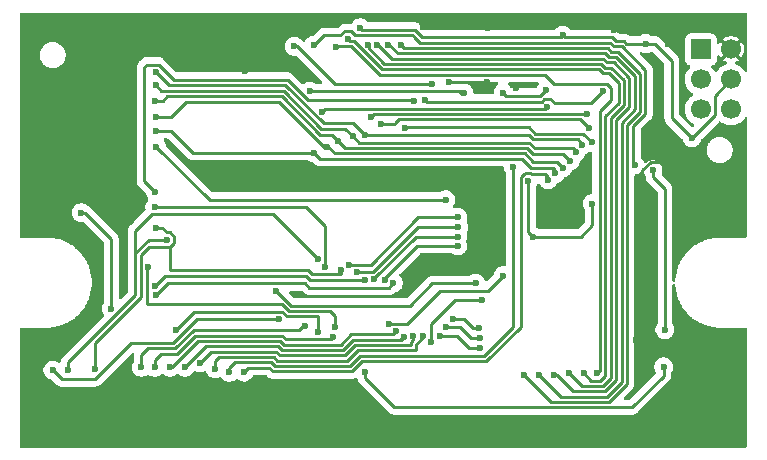
<source format=gbr>
%TF.GenerationSoftware,KiCad,Pcbnew,9.0.1*%
%TF.CreationDate,2025-04-21T15:30:43-04:00*%
%TF.ProjectId,AliWSV3,416c6957-5356-4332-9e6b-696361645f70,rev?*%
%TF.SameCoordinates,Original*%
%TF.FileFunction,Copper,L2,Bot*%
%TF.FilePolarity,Positive*%
%FSLAX46Y46*%
G04 Gerber Fmt 4.6, Leading zero omitted, Abs format (unit mm)*
G04 Created by KiCad (PCBNEW 9.0.1) date 2025-04-21 15:30:43*
%MOMM*%
%LPD*%
G01*
G04 APERTURE LIST*
%TA.AperFunction,ComponentPad*%
%ADD10R,1.700000X1.700000*%
%TD*%
%TA.AperFunction,ComponentPad*%
%ADD11C,1.700000*%
%TD*%
%TA.AperFunction,ViaPad*%
%ADD12C,0.600000*%
%TD*%
%TA.AperFunction,Conductor*%
%ADD13C,0.250000*%
%TD*%
G04 APERTURE END LIST*
D10*
%TO.P,CON1,1,TDO*%
%TO.N,TDO*%
X156460000Y-117500000D03*
D11*
%TO.P,CON1,2,GND*%
%TO.N,GND*%
X159000000Y-117500000D03*
%TO.P,CON1,3,TCK*%
%TO.N,TCK*%
X156460000Y-120040000D03*
%TO.P,CON1,4,Vcc*%
%TO.N,VCC*%
X159000000Y-120040000D03*
%TO.P,CON1,5,TDI*%
%TO.N,TDI*%
X156460000Y-122580000D03*
%TO.P,CON1,6,TMS*%
%TO.N,TMS*%
X159000000Y-122580000D03*
%TD*%
D12*
%TO.N,GND*%
X149098000Y-115824000D03*
X123190000Y-115824000D03*
X151511000Y-128340000D03*
X144366500Y-130810000D03*
X138367883Y-120258999D03*
X140843000Y-120805000D03*
X158130000Y-128400000D03*
X138176000Y-135001000D03*
X153700000Y-117000000D03*
X138430000Y-115678000D03*
X151003000Y-142113000D03*
X132906198Y-115632802D03*
X117900000Y-119320000D03*
X100000000Y-144000000D03*
X135128000Y-120269000D03*
X136017000Y-128336000D03*
X102743000Y-129420000D03*
%TO.N,D0*%
X131445000Y-124123000D03*
X147216854Y-125363935D03*
%TO.N,A3*%
X134366000Y-141732000D03*
X137795000Y-142748000D03*
%TO.N,D15*%
X123675000Y-117157500D03*
X116515000Y-144836000D03*
X140589000Y-127435000D03*
X150876000Y-127254000D03*
%TO.N,CLK*%
X152400000Y-127690000D03*
X153416000Y-141224000D03*
%TO.N,D5*%
X125730000Y-125222000D03*
X145390715Y-126946243D03*
X110200000Y-121850000D03*
%TO.N,D9*%
X142748000Y-145034000D03*
X129978448Y-117083999D03*
%TO.N,A5*%
X132116899Y-141763784D03*
X114046000Y-144021000D03*
%TO.N,A9*%
X105156000Y-144526000D03*
X125984000Y-136144000D03*
X110363000Y-132588000D03*
%TO.N,A4*%
X132969000Y-141732000D03*
X115313558Y-144518442D03*
%TO.N,D12*%
X126550000Y-116597000D03*
X146558000Y-144907000D03*
%TO.N,D13*%
X125550000Y-117274000D03*
X147701000Y-144907000D03*
%TO.N,A8*%
X130425000Y-137287000D03*
X110363000Y-138303000D03*
%TO.N,D8*%
X141478000Y-145034000D03*
X131064000Y-117094000D03*
%TO.N,D6*%
X124841000Y-125730000D03*
X110350000Y-123220000D03*
X144780000Y-127508000D03*
%TO.N,D11*%
X145288000Y-144907000D03*
X128261991Y-117083999D03*
%TO.N,A10*%
X102870000Y-144653000D03*
X111252000Y-133604000D03*
X124050000Y-135255000D03*
%TO.N,D7*%
X123688000Y-126235000D03*
X110363000Y-124400000D03*
X144135000Y-127998451D03*
%TO.N,D4*%
X127000000Y-124841000D03*
X145878377Y-126204374D03*
X110310000Y-120550000D03*
%TO.N,D10*%
X144015000Y-145034000D03*
X129061993Y-117084000D03*
%TO.N,D2*%
X128514000Y-123190000D03*
X146812000Y-122986800D03*
%TO.N,D1*%
X146946161Y-124118736D03*
X129413000Y-123825000D03*
%TO.N,A12*%
X110236000Y-144399000D03*
X125349000Y-141859000D03*
%TO.N,D3*%
X128016000Y-124768000D03*
X146431000Y-125603000D03*
X110290000Y-119410000D03*
%TO.N,A13*%
X112017963Y-141222847D03*
X124015500Y-141414500D03*
%TO.N,A14*%
X109093000Y-144399000D03*
X122946001Y-140922719D03*
%TO.N,A7*%
X111506000Y-144399000D03*
X130657491Y-141341000D03*
%TO.N,D14*%
X124405001Y-122762687D03*
X117765000Y-144816000D03*
X143465000Y-122347000D03*
X143514867Y-128529133D03*
%TO.N,WE*%
X153312058Y-144375942D03*
X128016000Y-144780000D03*
X125476000Y-140970000D03*
X109661000Y-135890000D03*
%TO.N,A11*%
X110236000Y-130810000D03*
X124633558Y-135880000D03*
%TO.N,A6*%
X112776000Y-144399000D03*
X131293987Y-141825641D03*
%TO.N,A15*%
X120776748Y-140335252D03*
X101600000Y-144653000D03*
%TO.N,A1*%
X135509000Y-140335000D03*
X137668000Y-141097000D03*
%TO.N,A2*%
X137753059Y-141906056D03*
X134874000Y-140970000D03*
%TO.N,BYTE*%
X136398000Y-121167000D03*
X123327000Y-121031000D03*
%TO.N,CE_M1*%
X110363000Y-125730000D03*
X134874000Y-130236000D03*
%TO.N,OE_M1_U2*%
X110236000Y-129540000D03*
X132175000Y-121896000D03*
%TO.N,A20_U2*%
X135931941Y-132540944D03*
X127331668Y-136357402D03*
%TO.N,A18_U2*%
X135891713Y-134139392D03*
X129679305Y-136997271D03*
%TO.N,A15_U2*%
X137414000Y-137287000D03*
X120523000Y-137922000D03*
%TO.N,A16_U2*%
X133675000Y-120406000D03*
X122050000Y-117224000D03*
%TO.N,A17_U2*%
X130048000Y-140716000D03*
X139701153Y-136653153D03*
%TO.N,CE_U2*%
X133096000Y-121793000D03*
X148215000Y-121031000D03*
%TO.N,VCC*%
X110231480Y-137513882D03*
X142240000Y-133350000D03*
X151800000Y-117000000D03*
X155702000Y-125000000D03*
X137922000Y-138684000D03*
X106539000Y-139446000D03*
X143383000Y-120904000D03*
X133604000Y-142240000D03*
X141839000Y-128622448D03*
X147260000Y-130556000D03*
X139715000Y-121158877D03*
X144762000Y-116303000D03*
X128016000Y-137033000D03*
X104000000Y-131320000D03*
X127635000Y-115654000D03*
%TO.N,A21_U2*%
X128813575Y-136970726D03*
X135882840Y-133339438D03*
%TO.N,A19_U2*%
X126669997Y-135732402D03*
X135890000Y-131699000D03*
%TD*%
D13*
%TO.N,GND*%
X135138001Y-120258999D02*
X135128000Y-120269000D01*
X151511000Y-127693702D02*
X152204702Y-127000000D01*
X105500000Y-139000000D02*
X105500000Y-135000000D01*
X100500000Y-144000000D02*
X105500000Y-139000000D01*
X100000000Y-144000000D02*
X100500000Y-144000000D01*
X138367883Y-120258999D02*
X135138001Y-120258999D01*
X151511000Y-128340000D02*
X151511000Y-127693702D01*
X156730000Y-127000000D02*
X158130000Y-128400000D01*
X105500000Y-135000000D02*
X102743000Y-132243000D01*
X102743000Y-132243000D02*
X102743000Y-129420000D01*
X152204702Y-127000000D02*
X156730000Y-127000000D01*
%TO.N,D0*%
X142438050Y-124644000D02*
X146496919Y-124644000D01*
X146496919Y-124644000D02*
X147216854Y-125363935D01*
X131445000Y-124123000D02*
X131489000Y-124079000D01*
X131489000Y-124079000D02*
X141873050Y-124079000D01*
X141873050Y-124079000D02*
X142438050Y-124644000D01*
%TO.N,A3*%
X136847114Y-142748000D02*
X137795000Y-142748000D01*
X135831114Y-141732000D02*
X136847114Y-142748000D01*
X134366000Y-141732000D02*
X135831114Y-141732000D01*
%TO.N,D15*%
X132207000Y-116459000D02*
X132210702Y-116459000D01*
X132068000Y-116320000D02*
X132207000Y-116459000D01*
X126290702Y-115971000D02*
X126809298Y-115971000D01*
X127158298Y-116320000D02*
X132068000Y-116320000D01*
X120412842Y-144302000D02*
X126713190Y-144302000D01*
X151765000Y-119253000D02*
X151765000Y-122950050D01*
X151765000Y-122950050D02*
X150749000Y-123966050D01*
X120097842Y-143987000D02*
X120412842Y-144302000D01*
X124512500Y-116320000D02*
X125941702Y-116320000D01*
X132679702Y-116928000D02*
X148753448Y-116928000D01*
X149763000Y-117251000D02*
X151765000Y-119253000D01*
X150749000Y-127127000D02*
X150876000Y-127254000D01*
X116998000Y-143987000D02*
X120097842Y-143987000D01*
X132210702Y-116459000D02*
X132679702Y-116928000D01*
X125941702Y-116320000D02*
X126290702Y-115971000D01*
X149076448Y-117251000D02*
X149763000Y-117251000D01*
X126809298Y-115971000D02*
X127158298Y-116320000D01*
X126713190Y-144302000D02*
X127575190Y-143440000D01*
X123675000Y-117157500D02*
X124512500Y-116320000D01*
X150749000Y-123966050D02*
X150749000Y-127127000D01*
X148753448Y-116928000D02*
X149076448Y-117251000D01*
X116515000Y-144470000D02*
X116998000Y-143987000D01*
X138116190Y-143440000D02*
X140589000Y-140967190D01*
X127575190Y-143440000D02*
X138116190Y-143440000D01*
X140589000Y-140967190D02*
X140589000Y-127435000D01*
X116515000Y-144836000D02*
X116515000Y-144470000D01*
%TO.N,CLK*%
X152400000Y-127690000D02*
X152400000Y-128270000D01*
X152400000Y-128270000D02*
X153416000Y-129286000D01*
X153416000Y-129286000D02*
X153416000Y-141224000D01*
%TO.N,D5*%
X144809472Y-126365000D02*
X145390715Y-126946243D01*
X120964810Y-121482000D02*
X111296000Y-121482000D01*
X142245620Y-126365000D02*
X144809472Y-126365000D01*
X141724620Y-125844000D02*
X142245620Y-126365000D01*
X126352000Y-125844000D02*
X141724620Y-125844000D01*
X125730000Y-125222000D02*
X125222000Y-124714000D01*
X125222000Y-124714000D02*
X124196810Y-124714000D01*
X124196810Y-124714000D02*
X120964810Y-121482000D01*
X110928000Y-121850000D02*
X110200000Y-121850000D01*
X125730000Y-125222000D02*
X126352000Y-125844000D01*
X111296000Y-121482000D02*
X110928000Y-121850000D01*
%TO.N,D9*%
X148520728Y-146886000D02*
X144600000Y-146886000D01*
X150863000Y-119750810D02*
X150863000Y-122576430D01*
X148702828Y-118153000D02*
X149265190Y-118153000D01*
X149746000Y-123693430D02*
X149746000Y-145660728D01*
X148379828Y-117830000D02*
X148702828Y-118153000D01*
X144600000Y-146886000D02*
X142748000Y-145034000D01*
X130784000Y-117830000D02*
X148379828Y-117830000D01*
X129978448Y-117083999D02*
X130037999Y-117083999D01*
X150863000Y-122576430D02*
X149746000Y-123693430D01*
X149265190Y-118153000D02*
X150863000Y-119750810D01*
X149746000Y-145660728D02*
X148520728Y-146886000D01*
X130037999Y-117083999D02*
X130784000Y-117830000D01*
%TO.N,A5*%
X126339570Y-143400000D02*
X120786462Y-143400000D01*
X120786462Y-143400000D02*
X120471462Y-143085000D01*
X114982000Y-143085000D02*
X114046000Y-144021000D01*
X131883000Y-142302074D02*
X131883000Y-142538000D01*
X126339570Y-143400000D02*
X127201570Y-142538000D01*
X132116899Y-141763784D02*
X132116899Y-142068175D01*
X120471462Y-143085000D02*
X114982000Y-143085000D01*
X131883000Y-142538000D02*
X127201570Y-142538000D01*
X132116899Y-142068175D02*
X131883000Y-142302074D01*
%TO.N,A9*%
X111878000Y-133863298D02*
X111511298Y-134230000D01*
X111511298Y-136149298D02*
X111511298Y-134230000D01*
X109036000Y-138472108D02*
X105156000Y-142352108D01*
X109739810Y-134230000D02*
X109036000Y-134933810D01*
X110363000Y-132588000D02*
X110871000Y-132588000D01*
X111878000Y-133344702D02*
X111878000Y-133863298D01*
X105156000Y-142352108D02*
X105156000Y-144526000D01*
X125984000Y-136144000D02*
X125984000Y-136525000D01*
X111511298Y-134230000D02*
X109739810Y-134230000D01*
X123535702Y-136525000D02*
X123211702Y-136201000D01*
X109036000Y-134933810D02*
X109036000Y-138472108D01*
X111511298Y-132978000D02*
X111878000Y-133344702D01*
X110871000Y-132588000D02*
X111261000Y-132978000D01*
X125984000Y-136525000D02*
X123535702Y-136525000D01*
X123211702Y-136201000D02*
X111563000Y-136201000D01*
X111563000Y-136201000D02*
X111511298Y-136149298D01*
X111261000Y-132978000D02*
X111511298Y-132978000D01*
%TO.N,A4*%
X115666000Y-143536000D02*
X115313558Y-143888442D01*
X132969000Y-141732000D02*
X132969000Y-141853884D01*
X132334000Y-142989000D02*
X127388380Y-142989000D01*
X120599652Y-143851000D02*
X120284652Y-143536000D01*
X115313558Y-143888442D02*
X115313558Y-144518442D01*
X132969000Y-141853884D02*
X132334000Y-142488884D01*
X132334000Y-142488884D02*
X132334000Y-142989000D01*
X126526380Y-143851000D02*
X127388380Y-142989000D01*
X120284652Y-143536000D02*
X115666000Y-143536000D01*
X126526380Y-143851000D02*
X120599652Y-143851000D01*
%TO.N,D12*%
X147184000Y-145533000D02*
X146558000Y-144907000D01*
X126620000Y-116597000D02*
X126794000Y-116771000D01*
X148336000Y-124292968D02*
X148336000Y-145157298D01*
X148336000Y-145157298D02*
X147960298Y-145533000D01*
X148142398Y-119506000D02*
X148704760Y-119506000D01*
X126794000Y-116771000D02*
X127065108Y-116771000D01*
X148347013Y-124281955D02*
X148336000Y-124292968D01*
X148704760Y-119506000D02*
X149510000Y-120311240D01*
X149510000Y-120311240D02*
X149510000Y-122016000D01*
X149510000Y-122016000D02*
X148347013Y-123178987D01*
X127065108Y-116771000D02*
X129477108Y-119183000D01*
X147960298Y-145533000D02*
X147184000Y-145533000D01*
X126550000Y-116597000D02*
X126620000Y-116597000D01*
X148347013Y-123178987D02*
X148347013Y-124281955D01*
X148336000Y-124460000D02*
X148336000Y-145157298D01*
X129477108Y-119183000D02*
X147819398Y-119183000D01*
X147819398Y-119183000D02*
X148142398Y-119506000D01*
%TO.N,D13*%
X147885000Y-144723000D02*
X147701000Y-144907000D01*
X148841000Y-120771702D02*
X148841000Y-121790000D01*
X125603000Y-117221000D02*
X126288702Y-117221000D01*
X126810298Y-117222000D02*
X126878298Y-117222000D01*
X143256000Y-119634000D02*
X144027000Y-120405000D01*
X148474298Y-120405000D02*
X148841000Y-120771702D01*
X144027000Y-120405000D02*
X148474298Y-120405000D01*
X125550000Y-117274000D02*
X125603000Y-117221000D01*
X126878298Y-117222000D02*
X129290298Y-119634000D01*
X126809298Y-117223000D02*
X126810298Y-117222000D01*
X126288702Y-117221000D02*
X126290702Y-117223000D01*
X148841000Y-121790000D02*
X147885000Y-122746000D01*
X129290298Y-119634000D02*
X143256000Y-119634000D01*
X147885000Y-122746000D02*
X147885000Y-144723000D01*
X126290702Y-117223000D02*
X126809298Y-117223000D01*
%TO.N,A8*%
X111370000Y-137296000D02*
X110363000Y-138303000D01*
X122945000Y-137296000D02*
X111370000Y-137296000D01*
X123308000Y-137659000D02*
X122945000Y-137296000D01*
X130053000Y-137659000D02*
X123308000Y-137659000D01*
X130425000Y-137287000D02*
X130053000Y-137659000D01*
%TO.N,D8*%
X150197000Y-145847538D02*
X148707538Y-147337000D01*
X148707538Y-147337000D02*
X143781000Y-147337000D01*
X148889638Y-117702000D02*
X149452000Y-117702000D01*
X150197000Y-123880240D02*
X150197000Y-145847538D01*
X143781000Y-147337000D02*
X141478000Y-145034000D01*
X148566638Y-117379000D02*
X148889638Y-117702000D01*
X151314000Y-122763240D02*
X150197000Y-123880240D01*
X151314000Y-119564000D02*
X151314000Y-122763240D01*
X131064000Y-117094000D02*
X131349000Y-117379000D01*
X149452000Y-117702000D02*
X151314000Y-119564000D01*
X131349000Y-117379000D02*
X148566638Y-117379000D01*
%TO.N,D6*%
X141537810Y-126295000D02*
X142242810Y-127000000D01*
X142242810Y-127000000D02*
X144272000Y-127000000D01*
X144272000Y-127000000D02*
X144780000Y-127508000D01*
X110380000Y-123190000D02*
X110350000Y-123220000D01*
X124841000Y-125658000D02*
X125478000Y-126295000D01*
X124575000Y-125730000D02*
X120778000Y-121933000D01*
X124841000Y-125730000D02*
X124841000Y-125658000D01*
X125478000Y-126295000D02*
X141537810Y-126295000D01*
X111630190Y-123190000D02*
X110380000Y-123190000D01*
X124841000Y-125730000D02*
X124575000Y-125730000D01*
X120778000Y-121933000D02*
X112887190Y-121933000D01*
X112887190Y-121933000D02*
X111630190Y-123190000D01*
%TO.N,D11*%
X148844000Y-123319810D02*
X148844000Y-145287108D01*
X148006208Y-118732000D02*
X148329208Y-119055000D01*
X129663918Y-118732000D02*
X148006208Y-118732000D01*
X146365000Y-145984000D02*
X145288000Y-144907000D01*
X148891570Y-119055000D02*
X149961000Y-120124430D01*
X128261991Y-117083999D02*
X128261991Y-117330073D01*
X149961000Y-122202810D02*
X148844000Y-123319810D01*
X148147108Y-145984000D02*
X146365000Y-145984000D01*
X148844000Y-145287108D02*
X148147108Y-145984000D01*
X149961000Y-120124430D02*
X149961000Y-122202810D01*
X128261991Y-117330073D02*
X129663918Y-118732000D01*
X148329208Y-119055000D02*
X148891570Y-119055000D01*
%TO.N,A10*%
X124050000Y-135255000D02*
X120240000Y-131445000D01*
X108585000Y-134747000D02*
X108585000Y-138285298D01*
X111252000Y-133604000D02*
X109728000Y-133604000D01*
X102870000Y-144000298D02*
X108585000Y-138285298D01*
X109728000Y-133604000D02*
X108585000Y-134747000D01*
X108585000Y-132842000D02*
X108585000Y-134747000D01*
X120240000Y-131445000D02*
X109982000Y-131445000D01*
X102870000Y-144000298D02*
X102870000Y-144653000D01*
X109982000Y-131445000D02*
X108585000Y-132842000D01*
%TO.N,D7*%
X123685000Y-126238000D02*
X113438000Y-126238000D01*
X113438000Y-126238000D02*
X111600000Y-124400000D01*
X144135000Y-127680000D02*
X144135000Y-127998451D01*
X142113000Y-127508000D02*
X143963000Y-127508000D01*
X143963000Y-127508000D02*
X144135000Y-127680000D01*
X141351000Y-126746000D02*
X142113000Y-127508000D01*
X111600000Y-124400000D02*
X110363000Y-124400000D01*
X124199000Y-126746000D02*
X141351000Y-126746000D01*
X123688000Y-126235000D02*
X123685000Y-126238000D01*
X123688000Y-126235000D02*
X124199000Y-126746000D01*
%TO.N,D4*%
X124326620Y-124206000D02*
X121151620Y-121031000D01*
X145878377Y-126131470D02*
X145878377Y-126204374D01*
X145603907Y-125857000D02*
X145878377Y-126131470D01*
X126365000Y-124206000D02*
X124326620Y-124206000D01*
X110791000Y-121031000D02*
X110310000Y-120550000D01*
X127000000Y-124841000D02*
X126365000Y-124206000D01*
X127000000Y-124841000D02*
X127552000Y-125393000D01*
X141911430Y-125393000D02*
X142375430Y-125857000D01*
X121151620Y-121031000D02*
X110791000Y-121031000D01*
X142375430Y-125857000D02*
X145603907Y-125857000D01*
X127552000Y-125393000D02*
X141911430Y-125393000D01*
%TO.N,D10*%
X129720564Y-117709999D02*
X130291565Y-118281000D01*
X129719150Y-117709999D02*
X129720564Y-117709999D01*
X148193018Y-118281000D02*
X148516018Y-118604000D01*
X130291565Y-118281000D02*
X148193018Y-118281000D01*
X149295000Y-145473918D02*
X148333918Y-146435000D01*
X149295000Y-123506620D02*
X149295000Y-145473918D01*
X149078380Y-118604000D02*
X150412000Y-119937620D01*
X145673000Y-146435000D02*
X144272000Y-145034000D01*
X150412000Y-119937620D02*
X150412000Y-122389620D01*
X148516018Y-118604000D02*
X149078380Y-118604000D01*
X129352448Y-117343297D02*
X129719150Y-117709999D01*
X129352448Y-117341883D02*
X129352448Y-117343297D01*
X150412000Y-122389620D02*
X149295000Y-123506620D01*
X144272000Y-145034000D02*
X144015000Y-145034000D01*
X148333918Y-146435000D02*
X145673000Y-146435000D01*
X129061993Y-117084000D02*
X129094565Y-117084000D01*
X129094565Y-117084000D02*
X129352448Y-117341883D01*
%TO.N,D2*%
X143204702Y-122972000D02*
X143205702Y-122973000D01*
X130720364Y-122967174D02*
X131093984Y-122967174D01*
X128524000Y-123190000D02*
X128742000Y-122972000D01*
X131093984Y-122967174D02*
X131098810Y-122972000D01*
X143724298Y-122973000D02*
X143725298Y-122972000D01*
X143205702Y-122973000D02*
X143724298Y-122973000D01*
X143725298Y-122972000D02*
X146645172Y-122972000D01*
X128742000Y-122972000D02*
X130715538Y-122972000D01*
X146659972Y-122986800D02*
X146812000Y-122986800D01*
X146645172Y-122972000D02*
X146659972Y-122986800D01*
X130715538Y-122972000D02*
X130720364Y-122967174D01*
X128514000Y-123190000D02*
X128524000Y-123190000D01*
X131098810Y-122972000D02*
X143204702Y-122972000D01*
%TO.N,D1*%
X130912000Y-123423000D02*
X146250424Y-123423000D01*
X130907174Y-123418174D02*
X130912000Y-123423000D01*
X146250424Y-123423000D02*
X146946161Y-124118736D01*
X130902348Y-123423000D02*
X130907174Y-123418174D01*
X130548000Y-123777348D02*
X130548000Y-123760412D01*
X130885412Y-123423000D02*
X130902348Y-123423000D01*
X130548000Y-123760412D02*
X130885412Y-123423000D01*
X129413000Y-123825000D02*
X130500348Y-123825000D01*
X130500348Y-123825000D02*
X130548000Y-123777348D01*
%TO.N,A12*%
X125349000Y-141859000D02*
X125167500Y-142040500D01*
X125167500Y-142040500D02*
X121340392Y-142040500D01*
X121340392Y-142040500D02*
X121031892Y-141732000D01*
X113670620Y-141732000D02*
X112133620Y-143269000D01*
X110731000Y-143269000D02*
X110236000Y-143764000D01*
X110236000Y-143764000D02*
X110236000Y-144399000D01*
X112133620Y-143269000D02*
X110731000Y-143269000D01*
X121031892Y-141732000D02*
X113670620Y-141732000D01*
%TO.N,D3*%
X142251240Y-125095000D02*
X146050000Y-125095000D01*
X128016000Y-124768000D02*
X141924240Y-124768000D01*
X111403000Y-120523000D02*
X110290000Y-119410000D01*
X124513430Y-123755000D02*
X121281430Y-120523000D01*
X141924240Y-124768000D02*
X142251240Y-125095000D01*
X146431000Y-125476000D02*
X146431000Y-125603000D01*
X121281430Y-120523000D02*
X111403000Y-120523000D01*
X146050000Y-125095000D02*
X146431000Y-125476000D01*
X128016000Y-124768000D02*
X127003000Y-123755000D01*
X127003000Y-123755000D02*
X124513430Y-123755000D01*
%TO.N,A13*%
X113540810Y-139700000D02*
X112017963Y-141222847D01*
X121025380Y-139700000D02*
X113540810Y-139700000D01*
X124015500Y-141414500D02*
X124079000Y-141351000D01*
X124079000Y-140094000D02*
X121419380Y-140094000D01*
X124079000Y-141351000D02*
X124079000Y-140094000D01*
X121419380Y-140094000D02*
X121025380Y-139700000D01*
%TO.N,A14*%
X109093000Y-143383000D02*
X109093000Y-144399000D01*
X109658000Y-142818000D02*
X109093000Y-143383000D01*
X113540810Y-141224000D02*
X111946810Y-142818000D01*
X122733101Y-140922719D02*
X122431820Y-141224000D01*
X122946001Y-140922719D02*
X122733101Y-140922719D01*
X111946810Y-142818000D02*
X109658000Y-142818000D01*
X122431820Y-141224000D02*
X113540810Y-141224000D01*
%TO.N,A7*%
X111641430Y-144399000D02*
X111506000Y-144399000D01*
X113857430Y-142183000D02*
X111641430Y-144399000D01*
X125965950Y-142498000D02*
X126827950Y-141636000D01*
X130657491Y-141341000D02*
X130362491Y-141636000D01*
X125965950Y-142498000D02*
X121160082Y-142498000D01*
X121160082Y-142498000D02*
X120845082Y-142183000D01*
X120845082Y-142183000D02*
X113857430Y-142183000D01*
X130362491Y-141636000D02*
X126827950Y-141636000D01*
%TO.N,D14*%
X131285620Y-122521000D02*
X131280794Y-122516174D01*
X141214000Y-140980000D02*
X138303000Y-143891000D01*
X127762000Y-143891000D02*
X126900000Y-144753000D01*
X143514867Y-128529133D02*
X143514867Y-128274867D01*
X118143000Y-144438000D02*
X117765000Y-144816000D01*
X141579702Y-127996448D02*
X141560150Y-128016000D01*
X141213000Y-128881746D02*
X141224000Y-128892746D01*
X120226032Y-144753000D02*
X119911032Y-144438000D01*
X131280794Y-122516174D02*
X130533554Y-122516174D01*
X141560150Y-128016000D02*
X141478000Y-128016000D01*
X143291000Y-122521000D02*
X131285620Y-122521000D01*
X143256000Y-128016000D02*
X142117850Y-128016000D01*
X142117850Y-128016000D02*
X142098298Y-127996448D01*
X141213000Y-128363150D02*
X141213000Y-128881746D01*
X141478000Y-128016000D02*
X141224000Y-128270000D01*
X141224000Y-128352150D02*
X141213000Y-128363150D01*
X141224000Y-128892746D02*
X141224000Y-129921000D01*
X142098298Y-127996448D02*
X141579702Y-127996448D01*
X130533554Y-122516174D02*
X130528728Y-122521000D01*
X143465000Y-122347000D02*
X143291000Y-122521000D01*
X141214000Y-129931000D02*
X141214000Y-140980000D01*
X141224000Y-128270000D02*
X141224000Y-128352150D01*
X130528728Y-122521000D02*
X124646688Y-122521000D01*
X119911032Y-144438000D02*
X118143000Y-144438000D01*
X126900000Y-144753000D02*
X120226032Y-144753000D01*
X138303000Y-143891000D02*
X127762000Y-143891000D01*
X124646688Y-122521000D02*
X124405001Y-122762687D01*
X143514867Y-128274867D02*
X143256000Y-128016000D01*
X141224000Y-129921000D02*
X141214000Y-129931000D01*
%TO.N,WE*%
X128016000Y-145288000D02*
X130516000Y-147788000D01*
X128016000Y-144780000D02*
X128016000Y-145288000D01*
X153312058Y-145129465D02*
X153312058Y-144375942D01*
X130516000Y-147788000D02*
X150653523Y-147788000D01*
X109601000Y-135890000D02*
X109661000Y-135890000D01*
X125476000Y-140081000D02*
X125038000Y-139643000D01*
X125476000Y-140970000D02*
X125476000Y-140081000D01*
X150653523Y-147788000D02*
X153312058Y-145129465D01*
X121606190Y-139643000D02*
X121028190Y-139065000D01*
X109601000Y-139065000D02*
X109601000Y-135890000D01*
X121028190Y-139065000D02*
X109601000Y-139065000D01*
X125038000Y-139643000D02*
X121606190Y-139643000D01*
%TO.N,A11*%
X124633558Y-135880000D02*
X124675000Y-135838558D01*
X123063000Y-130810000D02*
X110236000Y-130810000D01*
X124675000Y-135838558D02*
X124675000Y-132422000D01*
X124675000Y-132422000D02*
X123063000Y-130810000D01*
%TO.N,A6*%
X120973272Y-142949000D02*
X120658272Y-142634000D01*
X120658272Y-142634000D02*
X114541000Y-142634000D01*
X126152760Y-142949000D02*
X120973272Y-142949000D01*
X131032628Y-142087000D02*
X127014760Y-142087000D01*
X131032628Y-142087000D02*
X131293987Y-141825641D01*
X131293987Y-141825641D02*
X131224988Y-141825641D01*
X114541000Y-142634000D02*
X112776000Y-144399000D01*
X126152760Y-142949000D02*
X127014760Y-142087000D01*
X130963629Y-142087000D02*
X131032628Y-142087000D01*
X131224988Y-141825641D02*
X130963629Y-142087000D01*
%TO.N,A15*%
X111760000Y-142367000D02*
X108204000Y-142367000D01*
X102362000Y-145415000D02*
X101600000Y-144653000D01*
X105156000Y-145415000D02*
X102362000Y-145415000D01*
X113791748Y-140335252D02*
X111760000Y-142367000D01*
X108204000Y-142367000D02*
X105156000Y-145415000D01*
X120776748Y-140335252D02*
X113791748Y-140335252D01*
%TO.N,A1*%
X136398000Y-140335000D02*
X137160000Y-141097000D01*
X137160000Y-141097000D02*
X137668000Y-141097000D01*
X135509000Y-140335000D02*
X136398000Y-140335000D01*
%TO.N,A2*%
X136059067Y-140970000D02*
X136995123Y-141906056D01*
X136995123Y-141906056D02*
X137753059Y-141906056D01*
X134874000Y-140970000D02*
X136059067Y-140970000D01*
%TO.N,BYTE*%
X136398000Y-121167000D02*
X136153000Y-121167000D01*
X136153000Y-121167000D02*
X136017000Y-121031000D01*
X136017000Y-121031000D02*
X123327000Y-121031000D01*
%TO.N,CE_M1*%
X114869000Y-130236000D02*
X110363000Y-125730000D01*
X134874000Y-130236000D02*
X114869000Y-130236000D01*
%TO.N,OE_M1_U2*%
X109347000Y-128651000D02*
X110236000Y-129540000D01*
X132001000Y-121792000D02*
X123188240Y-121792000D01*
X111837298Y-120072000D02*
X110549298Y-118784000D01*
X132105000Y-121896000D02*
X132001000Y-121792000D01*
X132175000Y-121896000D02*
X132105000Y-121896000D01*
X109547412Y-118784000D02*
X109347000Y-118984412D01*
X121468240Y-120072000D02*
X111837298Y-120072000D01*
X123188240Y-121792000D02*
X121468240Y-120072000D01*
X110549298Y-118784000D02*
X109547412Y-118784000D01*
X109347000Y-118984412D02*
X109347000Y-128651000D01*
%TO.N,A20_U2*%
X132508056Y-132540944D02*
X135931941Y-132540944D01*
X128691598Y-136357402D02*
X132508056Y-132540944D01*
X127331668Y-136357402D02*
X128691598Y-136357402D01*
%TO.N,A18_U2*%
X129679305Y-136997271D02*
X129679305Y-136891390D01*
X132431303Y-134139392D02*
X135891713Y-134139392D01*
X129679305Y-136891390D02*
X132431303Y-134139392D01*
%TO.N,A15_U2*%
X131826000Y-139192000D02*
X121793000Y-139192000D01*
X121793000Y-139192000D02*
X120523000Y-137922000D01*
X137414000Y-137287000D02*
X133731000Y-137287000D01*
X133731000Y-137287000D02*
X131826000Y-139192000D01*
%TO.N,A16_U2*%
X122304000Y-117224000D02*
X125476000Y-120396000D01*
X122050000Y-117224000D02*
X122304000Y-117224000D01*
X133665000Y-120396000D02*
X133675000Y-120406000D01*
X125476000Y-120396000D02*
X133665000Y-120396000D01*
%TO.N,A17_U2*%
X138441306Y-137913000D02*
X139701153Y-136653153D01*
X134375000Y-137913000D02*
X138441306Y-137913000D01*
X131572000Y-140716000D02*
X134375000Y-137913000D01*
X130048000Y-140716000D02*
X131572000Y-140716000D01*
%TO.N,CE_U2*%
X133223000Y-121920000D02*
X143006702Y-121920000D01*
X133096000Y-121793000D02*
X133223000Y-121920000D01*
X143006702Y-121920000D02*
X143205702Y-121721000D01*
X143205702Y-121721000D02*
X143724298Y-121721000D01*
X143724298Y-121721000D02*
X144073298Y-122070000D01*
X144073298Y-122070000D02*
X147176000Y-122070000D01*
X147176000Y-122070000D02*
X148215000Y-121031000D01*
%TO.N,VCC*%
X155702000Y-125000000D02*
X157636000Y-123066000D01*
X141859000Y-128642448D02*
X141859000Y-132969000D01*
X142857000Y-121430000D02*
X139986123Y-121430000D01*
X154000000Y-118440000D02*
X154000000Y-123298000D01*
X149949810Y-116800000D02*
X149263258Y-116800000D01*
X143383000Y-120904000D02*
X142857000Y-121430000D01*
X132213512Y-115824000D02*
X127805000Y-115824000D01*
X146304000Y-133350000D02*
X142240000Y-133350000D01*
X111093362Y-136652000D02*
X123024892Y-136652000D01*
X132848512Y-116459000D02*
X132213512Y-115824000D01*
X123405892Y-137033000D02*
X128016000Y-137033000D01*
X133604000Y-142240000D02*
X133604000Y-140716000D01*
X133604000Y-140716000D02*
X135636000Y-138684000D01*
X144606000Y-116459000D02*
X132848512Y-116459000D01*
X157636000Y-121404000D02*
X159000000Y-120040000D01*
X147260000Y-132394000D02*
X146304000Y-133350000D01*
X144936000Y-116477000D02*
X144762000Y-116303000D01*
X148940258Y-116477000D02*
X144936000Y-116477000D01*
X157636000Y-123066000D02*
X157636000Y-121404000D01*
X151800000Y-117000000D02*
X150149810Y-117000000D01*
X141859000Y-132969000D02*
X142240000Y-133350000D01*
X147260000Y-130556000D02*
X147260000Y-132394000D01*
X150149810Y-117000000D02*
X149949810Y-116800000D01*
X151800000Y-117000000D02*
X152560000Y-117000000D01*
X104320000Y-131320000D02*
X106539000Y-133539000D01*
X135636000Y-138684000D02*
X137922000Y-138684000D01*
X127805000Y-115824000D02*
X127635000Y-115654000D01*
X149263258Y-116800000D02*
X148940258Y-116477000D01*
X104000000Y-131320000D02*
X104320000Y-131320000D01*
X152560000Y-117000000D02*
X154000000Y-118440000D01*
X154000000Y-123298000D02*
X155702000Y-125000000D01*
X144762000Y-116303000D02*
X144606000Y-116459000D01*
X139986123Y-121430000D02*
X139715000Y-121158877D01*
X106539000Y-133539000D02*
X106539000Y-139446000D01*
X141839000Y-128622448D02*
X141859000Y-128642448D01*
X123024892Y-136652000D02*
X123405892Y-137033000D01*
X110231480Y-137513882D02*
X111093362Y-136652000D01*
%TO.N,A21_U2*%
X132347372Y-133339438D02*
X135882840Y-133339438D01*
X128878408Y-136808402D02*
X132347372Y-133339438D01*
X128813575Y-136808402D02*
X128878408Y-136808402D01*
X128813575Y-136970726D02*
X128813575Y-136808402D01*
%TO.N,A19_U2*%
X132526804Y-131699000D02*
X135890000Y-131699000D01*
X128493402Y-135732402D02*
X132526804Y-131699000D01*
X126669997Y-135732402D02*
X128493402Y-135732402D01*
%TD*%
%TA.AperFunction,Conductor*%
%TO.N,GND*%
G36*
X160327539Y-114400185D02*
G01*
X160373294Y-114452989D01*
X160384500Y-114504500D01*
X160384500Y-119266939D01*
X160364815Y-119333978D01*
X160312011Y-119379733D01*
X160242853Y-119389677D01*
X160179297Y-119360652D01*
X160158276Y-119335862D01*
X160157915Y-119336125D01*
X160030109Y-119160213D01*
X159879786Y-119009890D01*
X159707820Y-118884951D01*
X159518414Y-118788444D01*
X159518413Y-118788443D01*
X159518412Y-118788443D01*
X159419285Y-118756234D01*
X159361610Y-118716797D01*
X159334412Y-118652439D01*
X159346327Y-118583592D01*
X159393571Y-118532117D01*
X159419296Y-118520370D01*
X159422256Y-118519408D01*
X159576525Y-118440803D01*
X159664646Y-118376778D01*
X159664647Y-118376778D01*
X159231539Y-117943670D01*
X159307007Y-117900099D01*
X159400099Y-117807007D01*
X159443670Y-117731539D01*
X159876778Y-118164647D01*
X159876778Y-118164646D01*
X159940803Y-118076525D01*
X160019408Y-117922257D01*
X160072914Y-117757584D01*
X160100000Y-117586571D01*
X160100000Y-117413428D01*
X160072914Y-117242415D01*
X160019408Y-117077742D01*
X159940801Y-116923471D01*
X159876780Y-116835352D01*
X159876778Y-116835351D01*
X159443670Y-117268460D01*
X159400099Y-117192993D01*
X159307007Y-117099901D01*
X159231538Y-117056329D01*
X159664647Y-116623220D01*
X159664646Y-116623219D01*
X159576528Y-116559198D01*
X159422257Y-116480591D01*
X159257584Y-116427085D01*
X159086571Y-116400000D01*
X158913429Y-116400000D01*
X158742415Y-116427085D01*
X158577742Y-116480591D01*
X158423478Y-116559194D01*
X158335352Y-116623220D01*
X158768461Y-117056329D01*
X158692993Y-117099901D01*
X158599901Y-117192993D01*
X158556329Y-117268461D01*
X158123220Y-116835352D01*
X158059192Y-116923481D01*
X158044983Y-116951368D01*
X158040608Y-116955999D01*
X158038814Y-116962111D01*
X158016914Y-116981087D01*
X157997008Y-117002164D01*
X157990822Y-117003695D01*
X157986010Y-117007866D01*
X157957323Y-117011990D01*
X157929187Y-117018958D01*
X157923157Y-117016903D01*
X157916852Y-117017810D01*
X157890486Y-117005769D01*
X157863052Y-116996420D01*
X157859090Y-116991431D01*
X157853296Y-116988785D01*
X157837624Y-116964399D01*
X157819602Y-116941704D01*
X157818102Y-116934022D01*
X157815522Y-116930007D01*
X157810499Y-116895072D01*
X157810499Y-116602129D01*
X157810498Y-116602123D01*
X157810497Y-116602116D01*
X157804091Y-116542517D01*
X157801553Y-116535713D01*
X157753796Y-116407669D01*
X157753793Y-116407664D01*
X157667547Y-116292455D01*
X157667544Y-116292452D01*
X157552335Y-116206206D01*
X157552328Y-116206202D01*
X157417482Y-116155908D01*
X157417483Y-116155908D01*
X157357883Y-116149501D01*
X157357881Y-116149500D01*
X157357873Y-116149500D01*
X157357864Y-116149500D01*
X155562129Y-116149500D01*
X155562123Y-116149501D01*
X155502516Y-116155908D01*
X155367671Y-116206202D01*
X155367664Y-116206206D01*
X155252455Y-116292452D01*
X155252452Y-116292455D01*
X155166206Y-116407664D01*
X155166204Y-116407669D01*
X155115908Y-116542517D01*
X155109592Y-116601267D01*
X155109501Y-116602123D01*
X155109500Y-116602135D01*
X155109500Y-118397870D01*
X155109501Y-118397876D01*
X155115908Y-118457483D01*
X155166202Y-118592328D01*
X155166206Y-118592335D01*
X155252452Y-118707544D01*
X155252455Y-118707547D01*
X155367664Y-118793793D01*
X155367671Y-118793797D01*
X155499082Y-118842810D01*
X155555016Y-118884681D01*
X155579433Y-118950145D01*
X155564582Y-119018418D01*
X155543431Y-119046673D01*
X155429889Y-119160215D01*
X155304951Y-119332179D01*
X155208444Y-119521585D01*
X155142753Y-119723760D01*
X155109500Y-119933713D01*
X155109500Y-120146286D01*
X155140505Y-120342047D01*
X155142754Y-120356243D01*
X155204154Y-120545213D01*
X155208444Y-120558414D01*
X155304951Y-120747820D01*
X155429890Y-120919786D01*
X155580213Y-121070109D01*
X155752182Y-121195050D01*
X155760946Y-121199516D01*
X155811742Y-121247491D01*
X155828536Y-121315312D01*
X155805998Y-121381447D01*
X155760946Y-121420484D01*
X155752182Y-121424949D01*
X155580213Y-121549890D01*
X155429890Y-121700213D01*
X155304951Y-121872179D01*
X155208444Y-122061585D01*
X155142753Y-122263760D01*
X155109500Y-122473713D01*
X155109500Y-122686286D01*
X155141518Y-122888443D01*
X155142754Y-122896243D01*
X155189109Y-123038909D01*
X155208444Y-123098414D01*
X155304951Y-123287820D01*
X155429890Y-123459786D01*
X155580213Y-123610109D01*
X155752182Y-123735050D01*
X155752184Y-123735051D01*
X155818841Y-123769014D01*
X155869637Y-123816988D01*
X155886433Y-123884808D01*
X155863896Y-123950944D01*
X155850229Y-123967180D01*
X155789679Y-124027729D01*
X155728359Y-124061213D01*
X155658667Y-124056229D01*
X155614319Y-124027728D01*
X154661819Y-123075228D01*
X154628334Y-123013905D01*
X154625500Y-122987547D01*
X154625500Y-118507741D01*
X154625501Y-118507720D01*
X154625501Y-118378391D01*
X154605360Y-118277139D01*
X154601463Y-118257549D01*
X154600950Y-118256311D01*
X154560436Y-118158500D01*
X154554312Y-118143715D01*
X154502792Y-118066611D01*
X154485858Y-118041267D01*
X154485855Y-118041263D01*
X153056111Y-116611521D01*
X153045859Y-116601269D01*
X153045858Y-116601267D01*
X152958733Y-116514142D01*
X152897908Y-116473500D01*
X152891517Y-116469229D01*
X152891513Y-116469226D01*
X152856290Y-116445690D01*
X152856281Y-116445685D01*
X152772376Y-116410931D01*
X152772368Y-116410929D01*
X152764498Y-116407669D01*
X152742452Y-116398537D01*
X152672414Y-116384606D01*
X152668824Y-116383892D01*
X152668813Y-116383889D01*
X152621611Y-116374500D01*
X152621607Y-116374500D01*
X152621606Y-116374500D01*
X152342350Y-116374500D01*
X152275311Y-116354815D01*
X152273459Y-116353602D01*
X152179184Y-116290609D01*
X152179172Y-116290602D01*
X152033501Y-116230264D01*
X152033489Y-116230261D01*
X151878845Y-116199500D01*
X151878842Y-116199500D01*
X151721158Y-116199500D01*
X151721155Y-116199500D01*
X151566510Y-116230261D01*
X151566498Y-116230264D01*
X151420827Y-116290602D01*
X151420815Y-116290609D01*
X151326541Y-116353602D01*
X151259864Y-116374480D01*
X151257650Y-116374500D01*
X150460264Y-116374500D01*
X150438064Y-116367981D01*
X150415014Y-116365949D01*
X150401887Y-116357358D01*
X150393225Y-116354815D01*
X150384321Y-116348524D01*
X150378123Y-116343722D01*
X150348543Y-116314142D01*
X150289626Y-116274775D01*
X150286002Y-116272354D01*
X150285999Y-116272351D01*
X150246100Y-116245690D01*
X150246096Y-116245688D01*
X150165602Y-116212347D01*
X150132262Y-116198537D01*
X150042657Y-116180714D01*
X150038870Y-116179960D01*
X150038856Y-116179957D01*
X150011421Y-116174500D01*
X150011417Y-116174500D01*
X150011416Y-116174500D01*
X149573710Y-116174500D01*
X149544269Y-116165855D01*
X149514283Y-116159332D01*
X149509267Y-116155577D01*
X149506671Y-116154815D01*
X149486029Y-116138181D01*
X149430456Y-116082608D01*
X149430436Y-116082586D01*
X149338991Y-115991141D01*
X149284316Y-115954609D01*
X149284315Y-115954608D01*
X149277846Y-115950286D01*
X149236544Y-115922688D01*
X149147021Y-115885607D01*
X149142958Y-115883924D01*
X149142946Y-115883918D01*
X149122716Y-115875539D01*
X149122712Y-115875537D01*
X149122710Y-115875537D01*
X149122706Y-115875536D01*
X149122702Y-115875535D01*
X149036201Y-115858328D01*
X149036192Y-115858328D01*
X149001865Y-115851500D01*
X149001864Y-115851500D01*
X145489350Y-115851500D01*
X145422311Y-115831815D01*
X145386247Y-115796389D01*
X145383790Y-115792712D01*
X145383786Y-115792707D01*
X145272292Y-115681213D01*
X145272288Y-115681210D01*
X145141185Y-115593609D01*
X145141172Y-115593602D01*
X144995501Y-115533264D01*
X144995489Y-115533261D01*
X144840845Y-115502500D01*
X144840842Y-115502500D01*
X144683158Y-115502500D01*
X144683155Y-115502500D01*
X144528510Y-115533261D01*
X144528498Y-115533264D01*
X144382827Y-115593602D01*
X144382814Y-115593609D01*
X144251711Y-115681210D01*
X144251707Y-115681213D01*
X144135903Y-115797018D01*
X144133907Y-115795022D01*
X144086096Y-115827531D01*
X144048088Y-115833500D01*
X133158965Y-115833500D01*
X133091926Y-115813815D01*
X133071284Y-115797181D01*
X132709334Y-115435232D01*
X132699371Y-115425269D01*
X132699370Y-115425267D01*
X132612245Y-115338142D01*
X132561021Y-115303915D01*
X132509798Y-115269688D01*
X132509795Y-115269686D01*
X132509792Y-115269685D01*
X132436115Y-115239168D01*
X132436113Y-115239167D01*
X132429304Y-115236347D01*
X132395964Y-115222537D01*
X132335541Y-115210518D01*
X132330818Y-115209578D01*
X132330816Y-115209578D01*
X132275122Y-115198500D01*
X132275119Y-115198500D01*
X132275118Y-115198500D01*
X128359677Y-115198500D01*
X128292638Y-115178815D01*
X128261221Y-115147952D01*
X128260653Y-115148419D01*
X128256786Y-115143707D01*
X128145292Y-115032213D01*
X128145288Y-115032210D01*
X128014185Y-114944609D01*
X128014172Y-114944602D01*
X127868501Y-114884264D01*
X127868489Y-114884261D01*
X127713845Y-114853500D01*
X127713842Y-114853500D01*
X127556158Y-114853500D01*
X127556155Y-114853500D01*
X127401510Y-114884261D01*
X127401498Y-114884264D01*
X127255827Y-114944602D01*
X127255814Y-114944609D01*
X127124711Y-115032210D01*
X127124707Y-115032213D01*
X127013213Y-115143707D01*
X127013207Y-115143715D01*
X126925606Y-115274819D01*
X126922858Y-115279961D01*
X126873892Y-115329802D01*
X126813504Y-115345500D01*
X126358443Y-115345500D01*
X126358423Y-115345499D01*
X126352309Y-115345499D01*
X126229096Y-115345499D01*
X126128299Y-115365548D01*
X126128294Y-115365548D01*
X126108251Y-115369536D01*
X126108249Y-115369536D01*
X126061099Y-115389067D01*
X125994421Y-115416685D01*
X125994419Y-115416686D01*
X125891968Y-115485141D01*
X125891965Y-115485144D01*
X125718930Y-115658181D01*
X125657607Y-115691666D01*
X125631249Y-115694500D01*
X124450892Y-115694500D01*
X124419485Y-115700747D01*
X124419480Y-115700748D01*
X124415515Y-115701537D01*
X124330048Y-115718537D01*
X124295513Y-115732842D01*
X124287998Y-115735954D01*
X124287993Y-115735956D01*
X124216215Y-115765686D01*
X124206127Y-115772428D01*
X124206126Y-115772429D01*
X124113768Y-115834140D01*
X124089581Y-115858328D01*
X124026642Y-115921267D01*
X124026639Y-115921270D01*
X123616203Y-116331705D01*
X123554880Y-116365190D01*
X123552714Y-116365641D01*
X123441508Y-116387761D01*
X123441498Y-116387764D01*
X123295827Y-116448102D01*
X123295814Y-116448109D01*
X123164711Y-116535710D01*
X123164707Y-116535713D01*
X123053213Y-116647207D01*
X123053210Y-116647211D01*
X122962221Y-116783386D01*
X122960633Y-116782325D01*
X122949436Y-116793720D01*
X122935265Y-116814116D01*
X122925375Y-116818208D01*
X122917874Y-116825843D01*
X122893652Y-116831335D01*
X122870704Y-116840832D01*
X122860172Y-116838928D01*
X122849735Y-116841295D01*
X122826391Y-116832821D01*
X122801949Y-116828403D01*
X122789522Y-116819438D01*
X122784058Y-116817455D01*
X122772965Y-116808264D01*
X122771354Y-116806763D01*
X122702733Y-116738142D01*
X122684940Y-116726253D01*
X122677621Y-116719434D01*
X122677094Y-116718546D01*
X122674466Y-116716389D01*
X122671790Y-116713713D01*
X122671789Y-116713711D01*
X122560289Y-116602211D01*
X122560288Y-116602210D01*
X122560287Y-116602209D01*
X122429185Y-116514609D01*
X122429172Y-116514602D01*
X122283501Y-116454264D01*
X122283489Y-116454261D01*
X122128845Y-116423500D01*
X122128842Y-116423500D01*
X121971158Y-116423500D01*
X121971155Y-116423500D01*
X121816510Y-116454261D01*
X121816498Y-116454264D01*
X121670827Y-116514602D01*
X121670814Y-116514609D01*
X121539711Y-116602210D01*
X121539707Y-116602213D01*
X121428213Y-116713707D01*
X121428210Y-116713711D01*
X121340609Y-116844814D01*
X121340602Y-116844827D01*
X121280264Y-116990498D01*
X121280261Y-116990510D01*
X121249500Y-117145153D01*
X121249500Y-117302846D01*
X121280261Y-117457489D01*
X121280264Y-117457501D01*
X121340602Y-117603172D01*
X121340609Y-117603185D01*
X121428210Y-117734288D01*
X121428213Y-117734292D01*
X121539707Y-117845786D01*
X121539711Y-117845789D01*
X121670814Y-117933390D01*
X121670827Y-117933397D01*
X121812635Y-117992135D01*
X121816503Y-117993737D01*
X121960209Y-118022322D01*
X121971153Y-118024499D01*
X121971156Y-118024500D01*
X121971158Y-118024500D01*
X122128840Y-118024500D01*
X122128842Y-118024500D01*
X122139789Y-118022322D01*
X122209378Y-118028545D01*
X122251667Y-118056257D01*
X124389228Y-120193819D01*
X124422713Y-120255142D01*
X124417729Y-120324834D01*
X124375857Y-120380767D01*
X124310393Y-120405184D01*
X124301547Y-120405500D01*
X123869350Y-120405500D01*
X123802311Y-120385815D01*
X123800459Y-120384602D01*
X123706184Y-120321609D01*
X123706172Y-120321602D01*
X123560501Y-120261264D01*
X123560489Y-120261261D01*
X123405845Y-120230500D01*
X123405842Y-120230500D01*
X123248158Y-120230500D01*
X123248155Y-120230500D01*
X123093510Y-120261261D01*
X123093498Y-120261264D01*
X122947827Y-120321602D01*
X122947814Y-120321609D01*
X122825392Y-120403410D01*
X122758714Y-120424288D01*
X122691334Y-120405803D01*
X122668820Y-120387989D01*
X121964539Y-119683709D01*
X121954099Y-119673269D01*
X121954098Y-119673267D01*
X121866973Y-119586142D01*
X121799201Y-119540858D01*
X121793036Y-119536738D01*
X121793032Y-119536735D01*
X121764530Y-119517690D01*
X121764526Y-119517688D01*
X121684032Y-119484347D01*
X121650692Y-119470537D01*
X121650688Y-119470536D01*
X121650684Y-119470535D01*
X121555225Y-119451547D01*
X121555224Y-119451547D01*
X121529851Y-119446500D01*
X121529847Y-119446500D01*
X121529846Y-119446500D01*
X112147750Y-119446500D01*
X112080711Y-119426815D01*
X112060069Y-119410181D01*
X111042448Y-118392560D01*
X111035158Y-118385270D01*
X111035156Y-118385267D01*
X110948031Y-118298142D01*
X110896807Y-118263915D01*
X110845584Y-118229688D01*
X110763905Y-118195856D01*
X110731750Y-118182537D01*
X110671327Y-118170518D01*
X110666686Y-118169595D01*
X110666683Y-118169594D01*
X110610908Y-118158500D01*
X110610905Y-118158500D01*
X110610904Y-118158500D01*
X109609018Y-118158500D01*
X109485805Y-118158500D01*
X109485801Y-118158500D01*
X109425383Y-118170518D01*
X109382155Y-118179116D01*
X109364958Y-118182537D01*
X109251128Y-118229687D01*
X109180114Y-118277137D01*
X109180113Y-118277139D01*
X109178443Y-118278255D01*
X109148672Y-118298147D01*
X108989339Y-118457482D01*
X108948269Y-118498552D01*
X108948267Y-118498554D01*
X108926451Y-118520370D01*
X108861142Y-118585678D01*
X108839816Y-118617595D01*
X108836571Y-118622452D01*
X108792688Y-118688126D01*
X108765211Y-118754463D01*
X108762787Y-118760313D01*
X108762783Y-118760322D01*
X108745538Y-118801957D01*
X108745535Y-118801967D01*
X108737156Y-118844090D01*
X108737157Y-118844091D01*
X108723162Y-118914452D01*
X108721500Y-118922806D01*
X108721500Y-128589393D01*
X108721500Y-128712607D01*
X108721500Y-128712609D01*
X108721499Y-128712609D01*
X108728562Y-128748115D01*
X108728568Y-128748140D01*
X108729114Y-128750884D01*
X108745537Y-128833452D01*
X108751980Y-128849007D01*
X108755568Y-128857671D01*
X108755570Y-128857676D01*
X108792685Y-128947281D01*
X108792687Y-128947284D01*
X108792688Y-128947286D01*
X108821039Y-128989714D01*
X108826914Y-128998507D01*
X108826915Y-128998509D01*
X108861141Y-129049733D01*
X108952586Y-129141178D01*
X108952608Y-129141198D01*
X109410205Y-129598795D01*
X109443690Y-129660118D01*
X109444141Y-129662285D01*
X109466261Y-129773489D01*
X109466264Y-129773501D01*
X109526602Y-129919172D01*
X109526609Y-129919185D01*
X109614210Y-130050288D01*
X109614213Y-130050292D01*
X109651240Y-130087319D01*
X109684725Y-130148642D01*
X109679741Y-130218334D01*
X109651240Y-130262681D01*
X109614213Y-130299707D01*
X109614210Y-130299711D01*
X109526609Y-130430814D01*
X109526602Y-130430827D01*
X109466264Y-130576498D01*
X109466261Y-130576510D01*
X109435500Y-130731153D01*
X109435500Y-130888846D01*
X109458748Y-131005723D01*
X109452521Y-131075315D01*
X109424812Y-131117595D01*
X108471909Y-132070500D01*
X108186269Y-132356140D01*
X108186267Y-132356142D01*
X108158737Y-132383672D01*
X108099142Y-132443266D01*
X108086560Y-132462097D01*
X108066485Y-132492142D01*
X108048586Y-132518928D01*
X108030688Y-132545713D01*
X108006358Y-132604449D01*
X108006359Y-132604450D01*
X107988774Y-132646904D01*
X107988772Y-132646908D01*
X107984596Y-132656993D01*
X107983537Y-132659549D01*
X107961478Y-132770452D01*
X107959500Y-132780394D01*
X107959500Y-132780397D01*
X107959500Y-137974845D01*
X107939815Y-138041884D01*
X107923181Y-138062526D01*
X107376181Y-138609526D01*
X107314858Y-138643011D01*
X107245166Y-138638027D01*
X107189233Y-138596155D01*
X107164816Y-138530691D01*
X107164500Y-138521845D01*
X107164500Y-133477389D01*
X107162634Y-133468014D01*
X107162633Y-133468013D01*
X107161807Y-133463857D01*
X107149314Y-133401045D01*
X107140463Y-133356548D01*
X107120235Y-133307714D01*
X107117194Y-133300374D01*
X107117194Y-133300371D01*
X107100716Y-133260591D01*
X107093312Y-133242715D01*
X107093310Y-133242712D01*
X107093309Y-133242709D01*
X107068291Y-133205268D01*
X107068290Y-133205267D01*
X107024858Y-133140267D01*
X107024855Y-133140263D01*
X106934637Y-133050045D01*
X106934606Y-133050016D01*
X104813150Y-130928560D01*
X104805860Y-130921270D01*
X104805858Y-130921267D01*
X104718733Y-130834142D01*
X104667509Y-130799915D01*
X104616286Y-130765688D01*
X104616285Y-130765687D01*
X104616283Y-130765686D01*
X104573316Y-130747889D01*
X104533088Y-130721009D01*
X104510292Y-130698213D01*
X104510288Y-130698210D01*
X104379185Y-130610609D01*
X104379172Y-130610602D01*
X104233501Y-130550264D01*
X104233489Y-130550261D01*
X104078845Y-130519500D01*
X104078842Y-130519500D01*
X103921158Y-130519500D01*
X103921155Y-130519500D01*
X103766510Y-130550261D01*
X103766498Y-130550264D01*
X103620827Y-130610602D01*
X103620814Y-130610609D01*
X103489711Y-130698210D01*
X103489707Y-130698213D01*
X103378213Y-130809707D01*
X103378210Y-130809711D01*
X103290609Y-130940814D01*
X103290602Y-130940827D01*
X103230264Y-131086498D01*
X103230261Y-131086510D01*
X103199500Y-131241153D01*
X103199500Y-131398846D01*
X103230261Y-131553489D01*
X103230264Y-131553501D01*
X103290602Y-131699172D01*
X103290609Y-131699185D01*
X103378210Y-131830288D01*
X103378213Y-131830292D01*
X103489707Y-131941786D01*
X103489711Y-131941789D01*
X103620814Y-132029390D01*
X103620827Y-132029397D01*
X103766498Y-132089735D01*
X103766503Y-132089737D01*
X103855155Y-132107371D01*
X103921153Y-132120499D01*
X103921156Y-132120500D01*
X103921158Y-132120500D01*
X104078843Y-132120500D01*
X104117904Y-132112729D01*
X104144843Y-132107371D01*
X104214435Y-132113598D01*
X104256717Y-132141307D01*
X105877181Y-133761771D01*
X105910666Y-133823094D01*
X105913500Y-133849452D01*
X105913500Y-138903650D01*
X105893815Y-138970689D01*
X105892602Y-138972541D01*
X105829609Y-139066815D01*
X105829602Y-139066828D01*
X105769264Y-139212498D01*
X105769261Y-139212510D01*
X105738500Y-139367153D01*
X105738500Y-139524846D01*
X105769261Y-139679489D01*
X105769264Y-139679501D01*
X105829602Y-139825172D01*
X105829609Y-139825184D01*
X105905617Y-139938937D01*
X105926495Y-140005614D01*
X105908011Y-140072994D01*
X105890196Y-140095509D01*
X103323147Y-142662560D01*
X102471269Y-143514438D01*
X102471267Y-143514440D01*
X102427704Y-143558003D01*
X102384141Y-143601565D01*
X102370184Y-143622452D01*
X102370185Y-143622453D01*
X102315689Y-143704010D01*
X102315687Y-143704014D01*
X102286905Y-143773501D01*
X102268537Y-143817843D01*
X102268535Y-143817851D01*
X102263234Y-143844496D01*
X102263235Y-143844497D01*
X102255525Y-143883264D01*
X102254442Y-143888711D01*
X102251724Y-143902374D01*
X102248715Y-143917501D01*
X102216329Y-143979412D01*
X102155613Y-144013985D01*
X102085843Y-144010244D01*
X102058207Y-143996410D01*
X101979185Y-143943609D01*
X101979172Y-143943602D01*
X101833501Y-143883264D01*
X101833489Y-143883261D01*
X101678845Y-143852500D01*
X101678842Y-143852500D01*
X101521158Y-143852500D01*
X101521155Y-143852500D01*
X101366510Y-143883261D01*
X101366498Y-143883264D01*
X101220827Y-143943602D01*
X101220814Y-143943609D01*
X101089711Y-144031210D01*
X101089707Y-144031213D01*
X100978213Y-144142707D01*
X100978210Y-144142711D01*
X100890609Y-144273814D01*
X100890602Y-144273827D01*
X100830264Y-144419498D01*
X100830261Y-144419510D01*
X100799500Y-144574153D01*
X100799500Y-144731846D01*
X100830261Y-144886489D01*
X100830264Y-144886501D01*
X100890602Y-145032172D01*
X100890609Y-145032185D01*
X100978210Y-145163288D01*
X100978213Y-145163292D01*
X101089707Y-145274786D01*
X101089711Y-145274789D01*
X101220814Y-145362390D01*
X101220827Y-145362397D01*
X101280887Y-145387274D01*
X101366503Y-145422737D01*
X101477716Y-145444858D01*
X101539623Y-145477241D01*
X101541203Y-145478793D01*
X101876139Y-145813729D01*
X101876142Y-145813733D01*
X101963267Y-145900858D01*
X102009475Y-145931733D01*
X102065715Y-145969312D01*
X102132396Y-145996931D01*
X102132398Y-145996933D01*
X102162129Y-146009247D01*
X102179548Y-146016463D01*
X102300394Y-146040500D01*
X102300396Y-146040500D01*
X105217607Y-146040500D01*
X105279298Y-146028229D01*
X105338452Y-146016463D01*
X105371792Y-146002652D01*
X105452286Y-145969312D01*
X105522502Y-145922394D01*
X105554733Y-145900858D01*
X105641858Y-145813733D01*
X105641859Y-145813731D01*
X105648925Y-145806665D01*
X105648927Y-145806661D01*
X108261216Y-143194373D01*
X108322537Y-143160890D01*
X108392229Y-143165874D01*
X108448162Y-143207746D01*
X108472579Y-143273210D01*
X108470512Y-143306247D01*
X108467500Y-143321388D01*
X108467500Y-143856650D01*
X108447815Y-143923689D01*
X108446626Y-143925503D01*
X108434534Y-143943602D01*
X108383609Y-144019815D01*
X108383602Y-144019828D01*
X108323264Y-144165498D01*
X108323261Y-144165510D01*
X108292500Y-144320153D01*
X108292500Y-144477846D01*
X108323261Y-144632489D01*
X108323264Y-144632501D01*
X108383602Y-144778172D01*
X108383609Y-144778185D01*
X108471210Y-144909288D01*
X108471213Y-144909292D01*
X108582707Y-145020786D01*
X108582711Y-145020789D01*
X108713814Y-145108390D01*
X108713827Y-145108397D01*
X108852951Y-145166023D01*
X108859503Y-145168737D01*
X108971783Y-145191071D01*
X109014153Y-145199499D01*
X109014156Y-145199500D01*
X109014158Y-145199500D01*
X109171844Y-145199500D01*
X109171845Y-145199499D01*
X109326497Y-145168737D01*
X109461431Y-145112846D01*
X109472172Y-145108397D01*
X109472172Y-145108396D01*
X109472179Y-145108394D01*
X109595610Y-145025919D01*
X109662286Y-145005042D01*
X109729666Y-145023526D01*
X109733366Y-145025904D01*
X109856821Y-145108394D01*
X109856823Y-145108395D01*
X109856827Y-145108397D01*
X109995951Y-145166023D01*
X110002503Y-145168737D01*
X110114783Y-145191071D01*
X110157153Y-145199499D01*
X110157156Y-145199500D01*
X110157158Y-145199500D01*
X110314844Y-145199500D01*
X110314845Y-145199499D01*
X110469497Y-145168737D01*
X110604431Y-145112846D01*
X110615172Y-145108397D01*
X110615172Y-145108396D01*
X110615179Y-145108394D01*
X110746289Y-145020789D01*
X110762036Y-145005042D01*
X110783319Y-144983760D01*
X110844642Y-144950275D01*
X110914334Y-144955259D01*
X110958681Y-144983760D01*
X110995707Y-145020786D01*
X110995711Y-145020789D01*
X111126814Y-145108390D01*
X111126827Y-145108397D01*
X111265951Y-145166023D01*
X111272503Y-145168737D01*
X111384783Y-145191071D01*
X111427153Y-145199499D01*
X111427156Y-145199500D01*
X111427158Y-145199500D01*
X111584844Y-145199500D01*
X111584845Y-145199499D01*
X111739497Y-145168737D01*
X111874431Y-145112846D01*
X111885172Y-145108397D01*
X111885172Y-145108396D01*
X111885179Y-145108394D01*
X112016289Y-145020789D01*
X112032036Y-145005042D01*
X112053319Y-144983760D01*
X112114642Y-144950275D01*
X112184334Y-144955259D01*
X112228681Y-144983760D01*
X112265707Y-145020786D01*
X112265711Y-145020789D01*
X112396814Y-145108390D01*
X112396827Y-145108397D01*
X112535951Y-145166023D01*
X112542503Y-145168737D01*
X112654783Y-145191071D01*
X112697153Y-145199499D01*
X112697156Y-145199500D01*
X112697158Y-145199500D01*
X112854844Y-145199500D01*
X112854845Y-145199499D01*
X113009497Y-145168737D01*
X113144431Y-145112846D01*
X113155172Y-145108397D01*
X113155172Y-145108396D01*
X113155179Y-145108394D01*
X113286289Y-145020789D01*
X113397789Y-144909289D01*
X113485394Y-144778179D01*
X113485395Y-144778177D01*
X113487462Y-144774310D01*
X113536421Y-144724463D01*
X113604558Y-144708999D01*
X113661132Y-144728107D01*
X113661446Y-144727521D01*
X113664965Y-144729402D01*
X113665714Y-144729655D01*
X113666814Y-144730390D01*
X113666827Y-144730397D01*
X113810456Y-144789889D01*
X113812503Y-144790737D01*
X113967153Y-144821499D01*
X113967156Y-144821500D01*
X113967158Y-144821500D01*
X114124844Y-144821500D01*
X114124845Y-144821499D01*
X114279497Y-144790737D01*
X114404270Y-144739054D01*
X114473736Y-144731586D01*
X114536216Y-144762861D01*
X114566281Y-144806164D01*
X114604160Y-144897614D01*
X114604167Y-144897627D01*
X114691768Y-145028730D01*
X114691771Y-145028734D01*
X114803265Y-145140228D01*
X114803269Y-145140231D01*
X114934372Y-145227832D01*
X114934385Y-145227839D01*
X115047727Y-145274786D01*
X115080061Y-145288179D01*
X115234711Y-145318941D01*
X115234714Y-145318942D01*
X115234716Y-145318942D01*
X115392402Y-145318942D01*
X115392403Y-145318941D01*
X115547055Y-145288179D01*
X115692737Y-145227836D01*
X115692740Y-145227833D01*
X115693744Y-145227418D01*
X115763213Y-145219949D01*
X115825693Y-145251224D01*
X115844299Y-145273088D01*
X115893210Y-145346288D01*
X115893213Y-145346292D01*
X116004707Y-145457786D01*
X116004711Y-145457789D01*
X116135814Y-145545390D01*
X116135827Y-145545397D01*
X116281498Y-145605735D01*
X116281503Y-145605737D01*
X116397413Y-145628793D01*
X116436153Y-145636499D01*
X116436156Y-145636500D01*
X116436158Y-145636500D01*
X116593844Y-145636500D01*
X116593845Y-145636499D01*
X116748497Y-145605737D01*
X116894179Y-145545394D01*
X117025289Y-145457789D01*
X117062318Y-145420759D01*
X117123638Y-145387274D01*
X117193330Y-145392257D01*
X117237680Y-145420759D01*
X117254707Y-145437786D01*
X117254711Y-145437789D01*
X117385814Y-145525390D01*
X117385827Y-145525397D01*
X117527988Y-145584281D01*
X117531503Y-145585737D01*
X117680241Y-145615323D01*
X117686153Y-145616499D01*
X117686156Y-145616500D01*
X117686158Y-145616500D01*
X117843844Y-145616500D01*
X117843845Y-145616499D01*
X117998497Y-145585737D01*
X118111166Y-145539067D01*
X118144172Y-145525397D01*
X118144172Y-145525396D01*
X118144179Y-145525394D01*
X118275289Y-145437789D01*
X118386789Y-145326289D01*
X118474394Y-145195179D01*
X118474395Y-145195176D01*
X118474397Y-145195173D01*
X118497230Y-145140048D01*
X118541070Y-145085644D01*
X118607364Y-145063579D01*
X118611791Y-145063500D01*
X119600580Y-145063500D01*
X119630020Y-145072144D01*
X119660007Y-145078668D01*
X119665022Y-145082422D01*
X119667619Y-145083185D01*
X119688261Y-145099819D01*
X119737048Y-145148606D01*
X119737077Y-145148637D01*
X119827295Y-145238855D01*
X119827299Y-145238858D01*
X119929739Y-145307307D01*
X119929748Y-145307312D01*
X119940846Y-145311909D01*
X120043580Y-145354463D01*
X120073550Y-145360424D01*
X120100590Y-145365803D01*
X120100610Y-145365806D01*
X120100632Y-145365811D01*
X120164423Y-145378499D01*
X120164424Y-145378500D01*
X120164425Y-145378500D01*
X126961608Y-145378500D01*
X126961608Y-145378499D01*
X127025400Y-145365811D01*
X127082452Y-145354463D01*
X127117974Y-145339749D01*
X127196286Y-145307312D01*
X127205984Y-145300831D01*
X127272657Y-145279952D01*
X127340038Y-145298434D01*
X127386730Y-145350410D01*
X127396493Y-145379739D01*
X127402518Y-145410029D01*
X127414537Y-145470452D01*
X127414538Y-145470454D01*
X127414538Y-145470456D01*
X127422383Y-145489395D01*
X127461685Y-145584281D01*
X127461687Y-145584284D01*
X127461688Y-145584286D01*
X127495884Y-145635463D01*
X127530142Y-145686733D01*
X127617267Y-145773858D01*
X127617270Y-145773860D01*
X127624565Y-145781155D01*
X130027016Y-148183606D01*
X130027045Y-148183637D01*
X130117264Y-148273856D01*
X130117267Y-148273858D01*
X130194190Y-148325256D01*
X130219715Y-148342312D01*
X130286397Y-148369932D01*
X130290185Y-148371501D01*
X130290193Y-148371505D01*
X130327427Y-148386927D01*
X130333548Y-148389463D01*
X130393971Y-148401481D01*
X130454393Y-148413500D01*
X150715130Y-148413500D01*
X150775552Y-148401481D01*
X150835975Y-148389463D01*
X150869315Y-148375652D01*
X150949809Y-148342312D01*
X151001032Y-148308084D01*
X151052256Y-148273858D01*
X151139381Y-148186733D01*
X151139382Y-148186731D01*
X151146448Y-148179665D01*
X151146451Y-148179661D01*
X153710787Y-145615325D01*
X153710791Y-145615323D01*
X153797916Y-145528198D01*
X153866369Y-145425751D01*
X153913521Y-145311917D01*
X153930246Y-145227836D01*
X153930710Y-145225502D01*
X153937558Y-145191071D01*
X153937558Y-144918292D01*
X153957243Y-144851253D01*
X153958456Y-144849401D01*
X153977099Y-144821500D01*
X154021452Y-144755121D01*
X154081795Y-144609439D01*
X154112558Y-144454784D01*
X154112558Y-144297100D01*
X154112558Y-144297097D01*
X154112557Y-144297095D01*
X154111092Y-144289730D01*
X154081795Y-144142445D01*
X154035721Y-144031211D01*
X154021455Y-143996769D01*
X154021448Y-143996756D01*
X153933847Y-143865653D01*
X153933844Y-143865649D01*
X153822350Y-143754155D01*
X153822346Y-143754152D01*
X153691243Y-143666551D01*
X153691230Y-143666544D01*
X153545559Y-143606206D01*
X153545547Y-143606203D01*
X153390903Y-143575442D01*
X153390900Y-143575442D01*
X153233216Y-143575442D01*
X153233213Y-143575442D01*
X153078568Y-143606203D01*
X153078556Y-143606206D01*
X152932885Y-143666544D01*
X152932872Y-143666551D01*
X152801769Y-143754152D01*
X152801765Y-143754155D01*
X152690271Y-143865649D01*
X152690268Y-143865653D01*
X152602667Y-143996756D01*
X152602660Y-143996769D01*
X152542322Y-144142440D01*
X152542319Y-144142452D01*
X152511558Y-144297095D01*
X152511558Y-144454788D01*
X152542319Y-144609431D01*
X152542322Y-144609443D01*
X152602662Y-144755119D01*
X152602663Y-144755121D01*
X152625894Y-144789889D01*
X152646771Y-144856567D01*
X152628285Y-144923946D01*
X152610472Y-144946459D01*
X150430752Y-147126181D01*
X150369429Y-147159666D01*
X150343071Y-147162500D01*
X150065990Y-147162500D01*
X149998951Y-147142815D01*
X149953196Y-147090011D01*
X149943252Y-147020853D01*
X149972277Y-146957297D01*
X149978309Y-146950819D01*
X150682857Y-146246272D01*
X150703727Y-146215039D01*
X150751311Y-146143824D01*
X150798463Y-146029990D01*
X150810532Y-145969313D01*
X150818007Y-145931737D01*
X150818007Y-145931733D01*
X150822500Y-145909145D01*
X150822500Y-145785932D01*
X150822500Y-128178500D01*
X150842185Y-128111461D01*
X150894989Y-128065706D01*
X150946500Y-128054500D01*
X150954844Y-128054500D01*
X150954845Y-128054499D01*
X151109497Y-128023737D01*
X151255179Y-127963394D01*
X151386289Y-127875789D01*
X151417828Y-127844250D01*
X151479150Y-127810764D01*
X151548842Y-127815748D01*
X151604776Y-127857618D01*
X151627126Y-127907733D01*
X151630260Y-127923488D01*
X151630264Y-127923501D01*
X151690602Y-128069172D01*
X151690609Y-128069184D01*
X151753602Y-128163459D01*
X151774480Y-128230136D01*
X151774500Y-128232350D01*
X151774500Y-128331606D01*
X151786495Y-128391910D01*
X151798537Y-128452454D01*
X151800183Y-128456426D01*
X151801722Y-128460140D01*
X151845688Y-128566286D01*
X151873545Y-128607975D01*
X151878093Y-128614781D01*
X151914143Y-128668735D01*
X152005586Y-128760178D01*
X152005608Y-128760198D01*
X152754181Y-129508771D01*
X152787666Y-129570094D01*
X152790500Y-129596452D01*
X152790500Y-140681650D01*
X152770815Y-140748689D01*
X152769602Y-140750541D01*
X152706609Y-140844815D01*
X152706602Y-140844828D01*
X152646264Y-140990498D01*
X152646261Y-140990510D01*
X152615500Y-141145153D01*
X152615500Y-141302846D01*
X152646261Y-141457489D01*
X152646264Y-141457501D01*
X152706602Y-141603172D01*
X152706609Y-141603185D01*
X152794210Y-141734288D01*
X152794213Y-141734292D01*
X152905707Y-141845786D01*
X152905711Y-141845789D01*
X153036814Y-141933390D01*
X153036827Y-141933397D01*
X153182498Y-141993735D01*
X153182503Y-141993737D01*
X153337153Y-142024499D01*
X153337156Y-142024500D01*
X153337158Y-142024500D01*
X153494844Y-142024500D01*
X153494845Y-142024499D01*
X153649497Y-141993737D01*
X153779081Y-141940062D01*
X153795172Y-141933397D01*
X153795172Y-141933396D01*
X153795179Y-141933394D01*
X153926289Y-141845789D01*
X154037789Y-141734289D01*
X154125394Y-141603179D01*
X154185737Y-141457497D01*
X154216500Y-141302842D01*
X154216500Y-141145158D01*
X154216500Y-141145155D01*
X154216499Y-141145153D01*
X154212090Y-141122989D01*
X154185737Y-140990503D01*
X154155866Y-140918387D01*
X154125397Y-140844828D01*
X154125396Y-140844827D01*
X154125394Y-140844821D01*
X154062397Y-140750539D01*
X154041520Y-140683863D01*
X154041500Y-140681650D01*
X154041500Y-137443440D01*
X154061185Y-137376401D01*
X154113989Y-137330646D01*
X154183147Y-137320702D01*
X154246703Y-137349727D01*
X154284477Y-137408505D01*
X154288902Y-137431282D01*
X154294398Y-137487076D01*
X154325196Y-137799780D01*
X154325199Y-137799797D01*
X154398233Y-138166971D01*
X154398237Y-138166983D01*
X154398239Y-138166992D01*
X154401466Y-138177630D01*
X154415121Y-138222649D01*
X154415122Y-138222649D01*
X154416115Y-138225925D01*
X154416297Y-138226777D01*
X154417461Y-138230358D01*
X154417813Y-138231519D01*
X154417813Y-138231520D01*
X154430567Y-138273565D01*
X154506919Y-138525265D01*
X154506922Y-138525272D01*
X154534569Y-138592020D01*
X154534570Y-138592020D01*
X154536434Y-138596521D01*
X154539618Y-138606319D01*
X154552182Y-138634540D01*
X154650195Y-138871163D01*
X154692845Y-138950956D01*
X154694132Y-138953364D01*
X154701936Y-138970891D01*
X154723007Y-139007388D01*
X154723984Y-139009215D01*
X154723987Y-139009220D01*
X154826677Y-139201339D01*
X154826694Y-139201367D01*
X154885536Y-139289431D01*
X154885537Y-139289431D01*
X154887797Y-139292814D01*
X154901472Y-139316499D01*
X154928250Y-139353356D01*
X154929602Y-139355379D01*
X154929611Y-139355392D01*
X155034681Y-139512640D01*
X155034689Y-139512652D01*
X155113422Y-139608589D01*
X155115744Y-139611418D01*
X155136042Y-139639356D01*
X155165750Y-139672351D01*
X155167562Y-139674558D01*
X155254660Y-139780688D01*
X155272201Y-139802061D01*
X155373726Y-139903586D01*
X155376025Y-139905885D01*
X155403074Y-139935926D01*
X155433114Y-139962974D01*
X155489534Y-140019394D01*
X155536939Y-140066799D01*
X155664464Y-140171456D01*
X155666647Y-140173248D01*
X155699644Y-140202958D01*
X155727588Y-140223260D01*
X155826351Y-140304313D01*
X155985637Y-140410745D01*
X156022501Y-140437528D01*
X156046182Y-140451199D01*
X156137649Y-140512316D01*
X156137658Y-140512321D01*
X156137660Y-140512322D01*
X156329787Y-140615016D01*
X156331587Y-140615978D01*
X156368109Y-140637064D01*
X156385633Y-140644866D01*
X156389569Y-140646970D01*
X156467829Y-140688801D01*
X156467831Y-140688801D01*
X156467837Y-140688805D01*
X156704420Y-140786801D01*
X156704459Y-140786817D01*
X156732681Y-140799382D01*
X156742476Y-140802564D01*
X156813733Y-140832080D01*
X157108643Y-140921539D01*
X157112223Y-140922703D01*
X157113074Y-140922883D01*
X157172008Y-140940761D01*
X157539209Y-141013802D01*
X157911802Y-141050500D01*
X158098793Y-141050500D01*
X160260500Y-141050500D01*
X160327539Y-141070185D01*
X160373294Y-141122989D01*
X160384500Y-141174500D01*
X160384500Y-151085500D01*
X160364815Y-151152539D01*
X160312011Y-151198294D01*
X160260500Y-151209500D01*
X98914500Y-151209500D01*
X98847461Y-151189815D01*
X98801706Y-151137011D01*
X98790500Y-151085500D01*
X98790500Y-141174500D01*
X98810185Y-141107461D01*
X98862989Y-141061706D01*
X98914500Y-141050500D01*
X101263195Y-141050500D01*
X101263198Y-141050500D01*
X101635791Y-141013802D01*
X102002992Y-140940761D01*
X102061933Y-140922881D01*
X102062777Y-140922703D01*
X102066338Y-140921545D01*
X102361267Y-140832080D01*
X102432526Y-140802563D01*
X102442319Y-140799382D01*
X102470507Y-140786830D01*
X102707163Y-140688805D01*
X102789378Y-140644860D01*
X102806891Y-140637064D01*
X102843398Y-140615985D01*
X103037351Y-140512316D01*
X103128824Y-140451195D01*
X103152499Y-140437528D01*
X103189344Y-140410756D01*
X103348649Y-140304313D01*
X103447423Y-140223250D01*
X103475356Y-140202958D01*
X103508338Y-140173259D01*
X103638061Y-140066799D01*
X103741895Y-139962964D01*
X103771926Y-139935926D01*
X103798964Y-139905895D01*
X103902799Y-139802061D01*
X104009259Y-139672338D01*
X104038958Y-139639356D01*
X104059255Y-139611418D01*
X104140313Y-139512649D01*
X104246756Y-139353344D01*
X104273528Y-139316499D01*
X104287195Y-139292824D01*
X104348316Y-139201351D01*
X104451984Y-139007400D01*
X104473064Y-138970891D01*
X104480860Y-138953378D01*
X104524805Y-138871163D01*
X104622830Y-138634507D01*
X104635382Y-138606319D01*
X104638563Y-138596526D01*
X104668080Y-138525267D01*
X104757545Y-138230338D01*
X104758703Y-138226777D01*
X104758881Y-138225933D01*
X104776761Y-138166992D01*
X104849802Y-137799791D01*
X104886500Y-137427198D01*
X104886500Y-137240000D01*
X104886500Y-137239500D01*
X104886500Y-137052802D01*
X104849802Y-136680209D01*
X104776761Y-136313008D01*
X104758884Y-136254077D01*
X104758703Y-136253223D01*
X104757544Y-136249658D01*
X104668080Y-135954733D01*
X104638561Y-135883469D01*
X104635382Y-135873681D01*
X104622832Y-135845496D01*
X104524805Y-135608837D01*
X104511376Y-135583714D01*
X104482970Y-135530569D01*
X104480866Y-135526633D01*
X104473064Y-135509109D01*
X104451978Y-135472587D01*
X104451016Y-135470787D01*
X104348322Y-135278660D01*
X104348321Y-135278658D01*
X104348316Y-135278649D01*
X104287197Y-135187179D01*
X104273528Y-135163501D01*
X104246741Y-135126631D01*
X104140313Y-134967351D01*
X104059260Y-134868588D01*
X104038958Y-134840644D01*
X104009248Y-134807647D01*
X104007456Y-134805464D01*
X104007455Y-134805463D01*
X104003965Y-134801211D01*
X103902799Y-134677939D01*
X103798974Y-134574114D01*
X103771926Y-134544074D01*
X103741885Y-134517025D01*
X103739604Y-134514744D01*
X103638061Y-134413201D01*
X103588945Y-134372893D01*
X103510558Y-134308562D01*
X103508351Y-134306750D01*
X103475356Y-134277042D01*
X103447418Y-134256744D01*
X103444589Y-134254422D01*
X103444588Y-134254421D01*
X103348650Y-134175688D01*
X103348644Y-134175684D01*
X103198077Y-134075078D01*
X103191392Y-134070611D01*
X103189361Y-134069254D01*
X103152499Y-134042472D01*
X103128814Y-134028797D01*
X103125431Y-134026537D01*
X103125428Y-134026534D01*
X103037367Y-133967694D01*
X103037339Y-133967677D01*
X102845220Y-133864987D01*
X102845220Y-133864986D01*
X102843373Y-133863998D01*
X102806891Y-133842936D01*
X102789368Y-133835134D01*
X102785433Y-133833031D01*
X102785430Y-133833030D01*
X102707163Y-133791195D01*
X102531944Y-133718617D01*
X102472031Y-133693800D01*
X102471297Y-133693496D01*
X102470540Y-133693182D01*
X102442319Y-133680618D01*
X102432521Y-133677434D01*
X102428020Y-133675570D01*
X102428017Y-133675568D01*
X102361272Y-133647922D01*
X102361271Y-133647921D01*
X102361267Y-133647920D01*
X102169964Y-133589889D01*
X102067520Y-133558813D01*
X102066356Y-133558460D01*
X102062777Y-133557297D01*
X102061926Y-133557116D01*
X102058649Y-133556122D01*
X102058647Y-133556120D01*
X102002994Y-133539239D01*
X102002971Y-133539233D01*
X101635797Y-133466199D01*
X101635780Y-133466196D01*
X101354025Y-133438445D01*
X101263198Y-133429500D01*
X101263195Y-133429500D01*
X98914500Y-133429500D01*
X98847461Y-133409815D01*
X98801706Y-133357011D01*
X98790500Y-133305500D01*
X98790500Y-117980001D01*
X100472498Y-117980001D01*
X100473938Y-117995077D01*
X100474500Y-118006867D01*
X100474500Y-118066615D01*
X100489684Y-118162482D01*
X100489684Y-118162483D01*
X100490286Y-118166288D01*
X100492422Y-118188650D01*
X100495474Y-118199046D01*
X100496723Y-118206929D01*
X100496725Y-118206937D01*
X100501597Y-118237699D01*
X100514412Y-118277138D01*
X100555127Y-118402445D01*
X100633768Y-118556788D01*
X100635961Y-118559806D01*
X100643498Y-118570180D01*
X100646898Y-118574860D01*
X100647516Y-118576058D01*
X100650831Y-118580273D01*
X100735586Y-118696928D01*
X100735588Y-118696930D01*
X100768285Y-118729627D01*
X100777082Y-118740813D01*
X100794978Y-118756320D01*
X100858075Y-118819417D01*
X100913946Y-118860009D01*
X100918246Y-118863133D01*
X100935486Y-118878072D01*
X100951658Y-118887408D01*
X100998212Y-118921232D01*
X101100610Y-118973405D01*
X101117004Y-118982871D01*
X101123807Y-118985225D01*
X101152555Y-118999873D01*
X101317299Y-119053402D01*
X101488389Y-119080500D01*
X101488390Y-119080500D01*
X101517304Y-119080500D01*
X101522541Y-119081253D01*
X101538349Y-119080500D01*
X101661607Y-119080500D01*
X101661611Y-119080500D01*
X101714632Y-119072102D01*
X101731902Y-119071280D01*
X101754609Y-119065770D01*
X101832701Y-119053402D01*
X101912579Y-119027447D01*
X101935593Y-119021865D01*
X101949968Y-119015299D01*
X101997445Y-118999873D01*
X102115837Y-118939549D01*
X102126251Y-118934795D01*
X102128967Y-118932859D01*
X102151788Y-118921232D01*
X102291928Y-118819414D01*
X102414414Y-118696928D01*
X102435383Y-118668065D01*
X102441625Y-118661522D01*
X102453013Y-118643801D01*
X102516232Y-118556788D01*
X102544167Y-118501961D01*
X102554943Y-118485196D01*
X102563130Y-118464743D01*
X102594873Y-118402445D01*
X102624179Y-118312250D01*
X102632843Y-118290611D01*
X102635222Y-118278263D01*
X102648402Y-118237701D01*
X102675500Y-118066611D01*
X102675500Y-117893389D01*
X102648402Y-117722299D01*
X102635223Y-117681739D01*
X102632843Y-117669389D01*
X102624179Y-117647749D01*
X102594873Y-117557555D01*
X102563130Y-117495256D01*
X102554943Y-117474804D01*
X102544163Y-117458030D01*
X102516232Y-117403212D01*
X102453010Y-117316195D01*
X102441625Y-117298478D01*
X102435377Y-117291925D01*
X102430514Y-117285232D01*
X102414414Y-117263072D01*
X102291928Y-117140586D01*
X102231727Y-117096847D01*
X102151792Y-117038770D01*
X102151784Y-117038766D01*
X102137141Y-117031305D01*
X102128970Y-117027141D01*
X102126251Y-117025205D01*
X102115836Y-117020448D01*
X102113468Y-117019242D01*
X102113450Y-117019234D01*
X101997449Y-116960128D01*
X101956718Y-116946894D01*
X101956718Y-116946893D01*
X101949968Y-116944699D01*
X101935593Y-116938135D01*
X101912580Y-116932552D01*
X101908074Y-116931088D01*
X101832706Y-116906599D01*
X101832698Y-116906597D01*
X101759583Y-116895015D01*
X101759583Y-116895016D01*
X101754604Y-116894227D01*
X101731902Y-116888720D01*
X101714630Y-116887897D01*
X101707916Y-116886834D01*
X101707914Y-116886833D01*
X101707912Y-116886833D01*
X101661615Y-116879500D01*
X101661611Y-116879500D01*
X101538349Y-116879500D01*
X101522541Y-116878747D01*
X101517304Y-116879500D01*
X101488389Y-116879500D01*
X101460678Y-116883889D01*
X101317301Y-116906597D01*
X101152561Y-116960124D01*
X101152545Y-116960131D01*
X101131438Y-116970883D01*
X101131439Y-116970884D01*
X101123797Y-116974777D01*
X101117004Y-116977129D01*
X101100626Y-116986584D01*
X101097721Y-116988065D01*
X101097719Y-116988065D01*
X100998214Y-117038766D01*
X100956913Y-117068772D01*
X100956912Y-117068771D01*
X100951638Y-117072602D01*
X100935486Y-117081928D01*
X100918268Y-117096847D01*
X100913951Y-117099984D01*
X100913945Y-117099990D01*
X100858071Y-117140586D01*
X100798103Y-117200553D01*
X100798102Y-117200552D01*
X100794949Y-117203704D01*
X100777082Y-117219187D01*
X100768297Y-117230357D01*
X100763070Y-117235585D01*
X100735591Y-117263066D01*
X100735585Y-117263073D01*
X100652212Y-117377821D01*
X100652213Y-117377822D01*
X100650808Y-117379754D01*
X100647516Y-117383942D01*
X100646902Y-117385132D01*
X100643507Y-117389806D01*
X100643504Y-117389808D01*
X100633771Y-117403205D01*
X100555128Y-117557552D01*
X100501597Y-117722301D01*
X100496725Y-117753063D01*
X100496725Y-117753065D01*
X100495476Y-117760948D01*
X100492422Y-117771350D01*
X100490288Y-117793697D01*
X100489685Y-117797504D01*
X100489684Y-117797516D01*
X100474500Y-117893389D01*
X100474500Y-117953123D01*
X100473939Y-117964908D01*
X100472498Y-117980001D01*
X98790500Y-117980001D01*
X98790500Y-114504500D01*
X98810185Y-114437461D01*
X98862989Y-114391706D01*
X98914500Y-114380500D01*
X160260500Y-114380500D01*
X160327539Y-114400185D01*
G37*
%TD.AperFunction*%
%TA.AperFunction,Conductor*%
G36*
X111356587Y-125045185D02*
G01*
X111377229Y-125061819D01*
X113039263Y-126723855D01*
X113039267Y-126723858D01*
X113141710Y-126792309D01*
X113141711Y-126792309D01*
X113141715Y-126792312D01*
X113202641Y-126817548D01*
X113255548Y-126839463D01*
X113275597Y-126843451D01*
X113344611Y-126857179D01*
X113376392Y-126863501D01*
X113376394Y-126863501D01*
X113505721Y-126863501D01*
X113505741Y-126863500D01*
X123150140Y-126863500D01*
X123217179Y-126883185D01*
X123219028Y-126884396D01*
X123308821Y-126944394D01*
X123308823Y-126944395D01*
X123308827Y-126944397D01*
X123367470Y-126968687D01*
X123454503Y-127004737D01*
X123565716Y-127026858D01*
X123582470Y-127035622D01*
X123600949Y-127039642D01*
X123625985Y-127058384D01*
X123627623Y-127059241D01*
X123629203Y-127060793D01*
X123710016Y-127141606D01*
X123710045Y-127141637D01*
X123800263Y-127231855D01*
X123800266Y-127231857D01*
X123800267Y-127231858D01*
X123831232Y-127252548D01*
X123902714Y-127300312D01*
X123963643Y-127325549D01*
X124016548Y-127347463D01*
X124023833Y-127348912D01*
X124060232Y-127356153D01*
X124060262Y-127356158D01*
X124137390Y-127371499D01*
X124137392Y-127371500D01*
X124137393Y-127371500D01*
X124137394Y-127371500D01*
X139664500Y-127371500D01*
X139731539Y-127391185D01*
X139777294Y-127443989D01*
X139788500Y-127495500D01*
X139788500Y-127513846D01*
X139819261Y-127668489D01*
X139819264Y-127668501D01*
X139879602Y-127814172D01*
X139879609Y-127814184D01*
X139942602Y-127908459D01*
X139963480Y-127975136D01*
X139963500Y-127977350D01*
X139963500Y-135738059D01*
X139943815Y-135805098D01*
X139891011Y-135850853D01*
X139821853Y-135860797D01*
X139815311Y-135859677D01*
X139779996Y-135852653D01*
X139779995Y-135852653D01*
X139622311Y-135852653D01*
X139622308Y-135852653D01*
X139467663Y-135883414D01*
X139467651Y-135883417D01*
X139321980Y-135943755D01*
X139321967Y-135943762D01*
X139190864Y-136031363D01*
X139190860Y-136031366D01*
X139079366Y-136142860D01*
X139079363Y-136142864D01*
X138991762Y-136273967D01*
X138991755Y-136273980D01*
X138931417Y-136419651D01*
X138931414Y-136419661D01*
X138909294Y-136530867D01*
X138876909Y-136592778D01*
X138875358Y-136594356D01*
X138383051Y-137086663D01*
X138321728Y-137120148D01*
X138252036Y-137115164D01*
X138196103Y-137073292D01*
X138180809Y-137046434D01*
X138123397Y-136907827D01*
X138123390Y-136907814D01*
X138035789Y-136776711D01*
X138035786Y-136776707D01*
X137924292Y-136665213D01*
X137924288Y-136665210D01*
X137793185Y-136577609D01*
X137793172Y-136577602D01*
X137647501Y-136517264D01*
X137647489Y-136517261D01*
X137492845Y-136486500D01*
X137492842Y-136486500D01*
X137335158Y-136486500D01*
X137335155Y-136486500D01*
X137180510Y-136517261D01*
X137180498Y-136517264D01*
X137034827Y-136577602D01*
X137034815Y-136577609D01*
X136940541Y-136640602D01*
X136873864Y-136661480D01*
X136871650Y-136661500D01*
X133669389Y-136661500D01*
X133613975Y-136672522D01*
X133613966Y-136672524D01*
X133608971Y-136673518D01*
X133548548Y-136685537D01*
X133510761Y-136701189D01*
X133504213Y-136703900D01*
X133504203Y-136703904D01*
X133434719Y-136732685D01*
X133434712Y-136732689D01*
X133419452Y-136742885D01*
X133419453Y-136742886D01*
X133332268Y-136801140D01*
X133288705Y-136844703D01*
X133245142Y-136888267D01*
X133245139Y-136888270D01*
X131603229Y-138530181D01*
X131541906Y-138563666D01*
X131515548Y-138566500D01*
X122103452Y-138566500D01*
X122036413Y-138546815D01*
X122015771Y-138530181D01*
X121618771Y-138133181D01*
X121585286Y-138071858D01*
X121590270Y-138002166D01*
X121632142Y-137946233D01*
X121697606Y-137921816D01*
X121706452Y-137921500D01*
X122634547Y-137921500D01*
X122701586Y-137941185D01*
X122722228Y-137957819D01*
X122909263Y-138144855D01*
X122909267Y-138144858D01*
X123011710Y-138213309D01*
X123011711Y-138213309D01*
X123011715Y-138213312D01*
X123078397Y-138240932D01*
X123125548Y-138260463D01*
X123145597Y-138264451D01*
X123210624Y-138277385D01*
X123246392Y-138284501D01*
X123246394Y-138284501D01*
X123375721Y-138284501D01*
X123375741Y-138284500D01*
X130114607Y-138284500D01*
X130175029Y-138272481D01*
X130235452Y-138260463D01*
X130281491Y-138241393D01*
X130349286Y-138213312D01*
X130418607Y-138166992D01*
X130451733Y-138144858D01*
X130487895Y-138108694D01*
X130492338Y-138105012D01*
X130519330Y-138093389D01*
X130545116Y-138079309D01*
X130547117Y-138078891D01*
X130658497Y-138056737D01*
X130790244Y-138002166D01*
X130804172Y-137996397D01*
X130804172Y-137996396D01*
X130804179Y-137996394D01*
X130935289Y-137908789D01*
X131046789Y-137797289D01*
X131134394Y-137666179D01*
X131194737Y-137520497D01*
X131225500Y-137365842D01*
X131225500Y-137208158D01*
X131225500Y-137208155D01*
X131225499Y-137208153D01*
X131208334Y-137121861D01*
X131194737Y-137053503D01*
X131187719Y-137036559D01*
X131134397Y-136907827D01*
X131134390Y-136907814D01*
X131046789Y-136776711D01*
X131046786Y-136776707D01*
X130950362Y-136680283D01*
X130916877Y-136618960D01*
X130921861Y-136549268D01*
X130950360Y-136504923D01*
X132654074Y-134801211D01*
X132715397Y-134767726D01*
X132741755Y-134764892D01*
X135349363Y-134764892D01*
X135416402Y-134784577D01*
X135418254Y-134785790D01*
X135512534Y-134848786D01*
X135512536Y-134848787D01*
X135512540Y-134848789D01*
X135658211Y-134909127D01*
X135658216Y-134909129D01*
X135772703Y-134931902D01*
X135812866Y-134939891D01*
X135812869Y-134939892D01*
X135812871Y-134939892D01*
X135970557Y-134939892D01*
X135970558Y-134939891D01*
X136125210Y-134909129D01*
X136270892Y-134848786D01*
X136402002Y-134761181D01*
X136513502Y-134649681D01*
X136601107Y-134518571D01*
X136661450Y-134372889D01*
X136692213Y-134218234D01*
X136692213Y-134060550D01*
X136692213Y-134060547D01*
X136692212Y-134060545D01*
X136675295Y-133975499D01*
X136661450Y-133905895D01*
X136650857Y-133880321D01*
X136607711Y-133776155D01*
X136600242Y-133706686D01*
X136607709Y-133681256D01*
X136652577Y-133572935D01*
X136683340Y-133418280D01*
X136683340Y-133260596D01*
X136683340Y-133260593D01*
X136683339Y-133260591D01*
X136652579Y-133105949D01*
X136652577Y-133105943D01*
X136652577Y-133105941D01*
X136626123Y-133042076D01*
X136618655Y-132972611D01*
X136637585Y-132925734D01*
X136641335Y-132920123D01*
X136701678Y-132774441D01*
X136732441Y-132619786D01*
X136732441Y-132462102D01*
X136732441Y-132462099D01*
X136732440Y-132462097D01*
X136712209Y-132360391D01*
X136701678Y-132307447D01*
X136691213Y-132282181D01*
X136641338Y-132161771D01*
X136641331Y-132161758D01*
X136630894Y-132146138D01*
X136610016Y-132079460D01*
X136619434Y-132029796D01*
X136659737Y-131932497D01*
X136690500Y-131777842D01*
X136690500Y-131620158D01*
X136690500Y-131620155D01*
X136690499Y-131620153D01*
X136677240Y-131553497D01*
X136659737Y-131465503D01*
X136647440Y-131435816D01*
X136599397Y-131319827D01*
X136599390Y-131319814D01*
X136511789Y-131188711D01*
X136511786Y-131188707D01*
X136400292Y-131077213D01*
X136400288Y-131077210D01*
X136269185Y-130989609D01*
X136269172Y-130989602D01*
X136123501Y-130929264D01*
X136123489Y-130929261D01*
X135968845Y-130898500D01*
X135968842Y-130898500D01*
X135811158Y-130898500D01*
X135811155Y-130898500D01*
X135656510Y-130929261D01*
X135656494Y-130929265D01*
X135642872Y-130934908D01*
X135573403Y-130942375D01*
X135510924Y-130911098D01*
X135475274Y-130851008D01*
X135477770Y-130781183D01*
X135493829Y-130752305D01*
X135492405Y-130751354D01*
X135583390Y-130615185D01*
X135583390Y-130615184D01*
X135583394Y-130615179D01*
X135643737Y-130469497D01*
X135674500Y-130314842D01*
X135674500Y-130157158D01*
X135674500Y-130157155D01*
X135674499Y-130157153D01*
X135653242Y-130050288D01*
X135643737Y-130002503D01*
X135615450Y-129934211D01*
X135583397Y-129856827D01*
X135583390Y-129856814D01*
X135495789Y-129725711D01*
X135495786Y-129725707D01*
X135384292Y-129614213D01*
X135384288Y-129614210D01*
X135253185Y-129526609D01*
X135253172Y-129526602D01*
X135107501Y-129466264D01*
X135107489Y-129466261D01*
X134952845Y-129435500D01*
X134952842Y-129435500D01*
X134795158Y-129435500D01*
X134795155Y-129435500D01*
X134640510Y-129466261D01*
X134640498Y-129466264D01*
X134494827Y-129526602D01*
X134494815Y-129526609D01*
X134400541Y-129589602D01*
X134333864Y-129610480D01*
X134331650Y-129610500D01*
X115179452Y-129610500D01*
X115112413Y-129590815D01*
X115091771Y-129574181D01*
X111188793Y-125671203D01*
X111155308Y-125609880D01*
X111154887Y-125607864D01*
X111132737Y-125496503D01*
X111103174Y-125425132D01*
X111072397Y-125350827D01*
X111072390Y-125350814D01*
X110983907Y-125218391D01*
X110980869Y-125208690D01*
X110974215Y-125201011D01*
X110970606Y-125175913D01*
X110963029Y-125151714D01*
X110965717Y-125141913D01*
X110964271Y-125131853D01*
X110974805Y-125108786D01*
X110981513Y-125084334D01*
X110989073Y-125077542D01*
X110993296Y-125068297D01*
X111014628Y-125054587D01*
X111033492Y-125037643D01*
X111045089Y-125035011D01*
X111052074Y-125030523D01*
X111087009Y-125025500D01*
X111289548Y-125025500D01*
X111356587Y-125045185D01*
G37*
%TD.AperFunction*%
%TA.AperFunction,Conductor*%
G36*
X152351884Y-117681174D02*
G01*
X152374400Y-117698990D01*
X153338181Y-118662771D01*
X153371666Y-118724094D01*
X153374500Y-118750452D01*
X153374500Y-123236393D01*
X153374500Y-123359607D01*
X153383022Y-123402451D01*
X153398537Y-123480452D01*
X153405790Y-123497961D01*
X153409276Y-123506377D01*
X153409278Y-123506385D01*
X153445685Y-123594281D01*
X153445687Y-123594285D01*
X153445688Y-123594286D01*
X153477937Y-123642548D01*
X153514142Y-123696733D01*
X153601267Y-123783858D01*
X153601268Y-123783858D01*
X153608335Y-123790925D01*
X153608334Y-123790925D01*
X153608338Y-123790928D01*
X154876205Y-125058796D01*
X154909690Y-125120119D01*
X154910141Y-125122286D01*
X154932261Y-125233489D01*
X154932264Y-125233501D01*
X154992602Y-125379172D01*
X154992609Y-125379185D01*
X155080210Y-125510288D01*
X155080213Y-125510292D01*
X155191707Y-125621786D01*
X155191711Y-125621789D01*
X155322814Y-125709390D01*
X155322827Y-125709397D01*
X155468498Y-125769735D01*
X155468503Y-125769737D01*
X155585770Y-125793063D01*
X155623153Y-125800499D01*
X155623156Y-125800500D01*
X155623158Y-125800500D01*
X155780844Y-125800500D01*
X155780845Y-125800499D01*
X155935497Y-125769737D01*
X156081179Y-125709394D01*
X156212289Y-125621789D01*
X156323789Y-125510289D01*
X156411394Y-125379179D01*
X156471737Y-125233497D01*
X156493858Y-125122282D01*
X156526240Y-125060375D01*
X156527735Y-125058853D01*
X157962079Y-123624509D01*
X158023400Y-123591026D01*
X158093092Y-123596010D01*
X158122643Y-123611874D01*
X158249004Y-123703679D01*
X158292184Y-123735051D01*
X158481588Y-123831557D01*
X158683757Y-123897246D01*
X158893713Y-123930500D01*
X158893714Y-123930500D01*
X159106286Y-123930500D01*
X159106287Y-123930500D01*
X159316243Y-123897246D01*
X159518412Y-123831557D01*
X159707816Y-123735051D01*
X159750996Y-123703679D01*
X159879786Y-123610109D01*
X159879788Y-123610106D01*
X159879792Y-123610104D01*
X160030104Y-123459792D01*
X160030106Y-123459788D01*
X160030109Y-123459786D01*
X160157915Y-123283875D01*
X160158868Y-123284567D01*
X160206577Y-123241399D01*
X160275505Y-123229971D01*
X160339670Y-123257624D01*
X160378699Y-123315576D01*
X160384500Y-123353060D01*
X160384500Y-133305500D01*
X160364815Y-133372539D01*
X160312011Y-133418294D01*
X160260500Y-133429500D01*
X158099500Y-133429500D01*
X158099000Y-133429500D01*
X157911802Y-133429500D01*
X157827800Y-133437773D01*
X157539219Y-133466196D01*
X157539202Y-133466199D01*
X157172011Y-133539237D01*
X157116338Y-133556125D01*
X157116335Y-133556126D01*
X157113062Y-133557118D01*
X157112223Y-133557297D01*
X157108697Y-133558442D01*
X157107476Y-133558813D01*
X157107474Y-133558813D01*
X156813736Y-133647918D01*
X156813732Y-133647919D01*
X156746969Y-133675571D01*
X156746970Y-133675572D01*
X156742455Y-133677442D01*
X156732681Y-133680618D01*
X156704521Y-133693155D01*
X156702992Y-133693789D01*
X156702981Y-133693794D01*
X156467844Y-133791192D01*
X156467836Y-133791195D01*
X156389574Y-133833027D01*
X156385628Y-133835135D01*
X156368109Y-133842936D01*
X156331614Y-133864006D01*
X156329796Y-133864978D01*
X156329793Y-133864980D01*
X156137652Y-133967682D01*
X156137647Y-133967685D01*
X156049573Y-134026534D01*
X156046181Y-134028800D01*
X156022501Y-134042472D01*
X155985660Y-134069238D01*
X155983618Y-134070603D01*
X155826355Y-134175684D01*
X155826349Y-134175688D01*
X155730411Y-134254421D01*
X155727570Y-134256752D01*
X155699644Y-134277042D01*
X155666666Y-134306734D01*
X155664450Y-134308554D01*
X155536933Y-134413205D01*
X155435409Y-134514728D01*
X155433084Y-134517052D01*
X155403074Y-134544074D01*
X155376052Y-134574084D01*
X155373728Y-134576409D01*
X155272205Y-134677933D01*
X155167554Y-134805450D01*
X155165734Y-134807667D01*
X155136042Y-134840644D01*
X155115761Y-134868557D01*
X155113423Y-134871407D01*
X155113421Y-134871411D01*
X155034688Y-134967349D01*
X155034684Y-134967355D01*
X154929603Y-135124616D01*
X154929604Y-135124617D01*
X154928242Y-135126654D01*
X154901472Y-135163501D01*
X154887798Y-135187184D01*
X154885535Y-135190572D01*
X154885534Y-135190573D01*
X154826685Y-135278647D01*
X154826682Y-135278652D01*
X154723980Y-135470793D01*
X154723011Y-135472605D01*
X154701936Y-135509109D01*
X154694135Y-135526629D01*
X154692027Y-135530574D01*
X154650195Y-135608836D01*
X154650192Y-135608844D01*
X154552794Y-135843981D01*
X154552793Y-135843983D01*
X154552159Y-135845512D01*
X154539618Y-135873681D01*
X154536442Y-135883454D01*
X154534574Y-135887965D01*
X154506919Y-135954732D01*
X154506918Y-135954736D01*
X154417812Y-136248475D01*
X154417813Y-136248476D01*
X154417442Y-136249697D01*
X154416297Y-136253223D01*
X154416118Y-136254062D01*
X154415126Y-136257335D01*
X154415125Y-136257338D01*
X154398237Y-136313011D01*
X154325199Y-136680202D01*
X154325196Y-136680219D01*
X154288903Y-137048713D01*
X154262742Y-137113500D01*
X154205708Y-137153859D01*
X154135907Y-137156976D01*
X154075503Y-137121861D01*
X154043672Y-137059664D01*
X154041500Y-137036559D01*
X154041500Y-129224393D01*
X154041499Y-129224389D01*
X154028855Y-129160821D01*
X154017463Y-129103548D01*
X153990901Y-129039422D01*
X153970312Y-128989714D01*
X153928985Y-128927866D01*
X153923930Y-128920301D01*
X153901856Y-128887264D01*
X153811637Y-128797045D01*
X153811606Y-128797016D01*
X153160475Y-128145885D01*
X153126990Y-128084562D01*
X153131974Y-128014870D01*
X153133595Y-128010751D01*
X153169737Y-127923497D01*
X153200500Y-127768842D01*
X153200500Y-127611158D01*
X153200500Y-127611155D01*
X153200499Y-127611153D01*
X153169737Y-127456503D01*
X153134528Y-127371500D01*
X153109397Y-127310827D01*
X153109390Y-127310814D01*
X153021789Y-127179711D01*
X153021786Y-127179707D01*
X152910292Y-127068213D01*
X152910288Y-127068210D01*
X152779185Y-126980609D01*
X152779172Y-126980602D01*
X152633501Y-126920264D01*
X152633489Y-126920261D01*
X152478845Y-126889500D01*
X152478842Y-126889500D01*
X152321158Y-126889500D01*
X152321155Y-126889500D01*
X152166510Y-126920261D01*
X152166498Y-126920264D01*
X152020827Y-126980602D01*
X152020814Y-126980609D01*
X151889711Y-127068210D01*
X151889706Y-127068214D01*
X151858169Y-127099751D01*
X151796845Y-127133236D01*
X151727154Y-127128250D01*
X151671221Y-127086378D01*
X151648872Y-127036261D01*
X151645738Y-127020508D01*
X151645737Y-127020507D01*
X151645737Y-127020503D01*
X151645125Y-127019025D01*
X151585397Y-126874827D01*
X151585390Y-126874814D01*
X151497789Y-126743711D01*
X151497786Y-126743707D01*
X151410819Y-126656740D01*
X151377334Y-126595417D01*
X151374500Y-126569059D01*
X151374500Y-126020001D01*
X156942498Y-126020001D01*
X156943938Y-126035077D01*
X156944500Y-126046867D01*
X156944500Y-126106615D01*
X156959684Y-126202482D01*
X156959684Y-126202483D01*
X156960286Y-126206288D01*
X156962422Y-126228650D01*
X156965474Y-126239046D01*
X156966723Y-126246929D01*
X156966725Y-126246937D01*
X156971597Y-126277699D01*
X156984775Y-126318255D01*
X157025127Y-126442445D01*
X157103768Y-126596788D01*
X157113498Y-126610180D01*
X157116898Y-126614860D01*
X157117516Y-126616058D01*
X157120831Y-126620273D01*
X157205586Y-126736928D01*
X157205588Y-126736930D01*
X157238285Y-126769627D01*
X157247082Y-126780813D01*
X157264978Y-126796320D01*
X157328075Y-126859417D01*
X157383946Y-126900009D01*
X157388246Y-126903133D01*
X157405486Y-126918072D01*
X157421658Y-126927408D01*
X157468212Y-126961232D01*
X157570610Y-127013405D01*
X157587004Y-127022871D01*
X157593807Y-127025225D01*
X157622555Y-127039873D01*
X157787299Y-127093402D01*
X157958389Y-127120500D01*
X157958390Y-127120500D01*
X157987304Y-127120500D01*
X157992541Y-127121253D01*
X158008349Y-127120500D01*
X158131607Y-127120500D01*
X158131611Y-127120500D01*
X158184632Y-127112102D01*
X158201902Y-127111280D01*
X158224609Y-127105770D01*
X158302701Y-127093402D01*
X158382579Y-127067447D01*
X158405593Y-127061865D01*
X158419968Y-127055299D01*
X158467445Y-127039873D01*
X158585837Y-126979549D01*
X158596251Y-126974795D01*
X158598967Y-126972859D01*
X158621788Y-126961232D01*
X158761928Y-126859414D01*
X158884414Y-126736928D01*
X158905383Y-126708065D01*
X158911625Y-126701522D01*
X158923013Y-126683801D01*
X158986232Y-126596788D01*
X159014167Y-126541961D01*
X159024943Y-126525196D01*
X159033130Y-126504743D01*
X159064873Y-126442445D01*
X159094179Y-126352250D01*
X159102843Y-126330611D01*
X159105222Y-126318263D01*
X159118402Y-126277701D01*
X159145500Y-126106611D01*
X159145500Y-125933389D01*
X159118402Y-125762299D01*
X159105223Y-125721739D01*
X159102843Y-125709389D01*
X159094179Y-125687749D01*
X159064873Y-125597555D01*
X159033130Y-125535256D01*
X159024943Y-125514804D01*
X159014163Y-125498030D01*
X158986232Y-125443212D01*
X158923010Y-125356195D01*
X158911625Y-125338478D01*
X158905377Y-125331925D01*
X158900514Y-125325232D01*
X158884414Y-125303072D01*
X158761928Y-125180586D01*
X158681687Y-125122287D01*
X158621792Y-125078770D01*
X158621784Y-125078766D01*
X158607141Y-125071305D01*
X158598970Y-125067141D01*
X158596251Y-125065205D01*
X158585836Y-125060448D01*
X158583468Y-125059242D01*
X158583450Y-125059234D01*
X158467449Y-125000128D01*
X158426718Y-124986894D01*
X158426718Y-124986893D01*
X158419968Y-124984699D01*
X158405593Y-124978135D01*
X158382580Y-124972552D01*
X158378074Y-124971088D01*
X158302706Y-124946599D01*
X158302698Y-124946597D01*
X158229583Y-124935015D01*
X158229583Y-124935016D01*
X158224604Y-124934227D01*
X158201902Y-124928720D01*
X158184630Y-124927897D01*
X158177916Y-124926834D01*
X158177914Y-124926833D01*
X158177912Y-124926833D01*
X158131615Y-124919500D01*
X158131611Y-124919500D01*
X158008349Y-124919500D01*
X157992541Y-124918747D01*
X157987304Y-124919500D01*
X157958389Y-124919500D01*
X157930678Y-124923889D01*
X157787301Y-124946597D01*
X157622561Y-125000124D01*
X157622545Y-125000131D01*
X157601438Y-125010883D01*
X157601439Y-125010884D01*
X157593797Y-125014777D01*
X157587004Y-125017129D01*
X157570626Y-125026584D01*
X157567721Y-125028065D01*
X157567719Y-125028065D01*
X157468214Y-125078766D01*
X157426913Y-125108772D01*
X157426912Y-125108771D01*
X157421638Y-125112602D01*
X157405486Y-125121928D01*
X157388268Y-125136847D01*
X157383951Y-125139984D01*
X157383945Y-125139990D01*
X157328071Y-125180586D01*
X157268103Y-125240553D01*
X157268102Y-125240552D01*
X157264949Y-125243704D01*
X157247082Y-125259187D01*
X157238297Y-125270357D01*
X157233070Y-125275585D01*
X157205591Y-125303066D01*
X157205585Y-125303073D01*
X157122212Y-125417821D01*
X157122213Y-125417822D01*
X157120808Y-125419754D01*
X157117516Y-125423942D01*
X157116902Y-125425132D01*
X157113507Y-125429806D01*
X157113504Y-125429808D01*
X157103771Y-125443205D01*
X157025128Y-125597552D01*
X156971597Y-125762301D01*
X156966725Y-125793063D01*
X156966725Y-125793065D01*
X156965476Y-125800948D01*
X156962422Y-125811350D01*
X156960288Y-125833697D01*
X156959685Y-125837504D01*
X156959684Y-125837516D01*
X156944500Y-125933389D01*
X156944500Y-125993123D01*
X156943939Y-126004908D01*
X156942498Y-126020001D01*
X151374500Y-126020001D01*
X151374500Y-124276501D01*
X151394185Y-124209462D01*
X151410815Y-124188824D01*
X152163729Y-123435910D01*
X152163733Y-123435908D01*
X152250858Y-123348783D01*
X152289139Y-123291491D01*
X152319312Y-123246336D01*
X152355508Y-123158949D01*
X152366463Y-123132502D01*
X152374463Y-123092279D01*
X152387993Y-123024266D01*
X152389384Y-123017265D01*
X152390500Y-123011657D01*
X152390500Y-122888443D01*
X152390500Y-119320741D01*
X152390501Y-119320720D01*
X152390501Y-119191391D01*
X152370304Y-119089857D01*
X152366463Y-119070548D01*
X152334885Y-118994312D01*
X152319312Y-118956715D01*
X152319311Y-118956713D01*
X152319310Y-118956711D01*
X152250858Y-118854267D01*
X152250855Y-118854263D01*
X151324164Y-117927573D01*
X151290679Y-117866250D01*
X151295663Y-117796559D01*
X151337535Y-117740625D01*
X151402999Y-117716208D01*
X151459295Y-117725330D01*
X151566503Y-117769737D01*
X151706096Y-117797504D01*
X151721153Y-117800499D01*
X151721156Y-117800500D01*
X151721158Y-117800500D01*
X151878844Y-117800500D01*
X151878845Y-117800499D01*
X152033497Y-117769737D01*
X152148023Y-117722299D01*
X152179172Y-117709397D01*
X152179172Y-117709396D01*
X152179179Y-117709394D01*
X152217828Y-117683569D01*
X152284503Y-117662691D01*
X152351884Y-117681174D01*
G37*
%TD.AperFunction*%
%TA.AperFunction,Conductor*%
G36*
X147086044Y-126154142D02*
G01*
X147087667Y-126154420D01*
X147138012Y-126164435D01*
X147146055Y-126164435D01*
X147156462Y-126166220D01*
X147219209Y-126196954D01*
X147255379Y-126256733D01*
X147259500Y-126288435D01*
X147259500Y-129638152D01*
X147239815Y-129705191D01*
X147187011Y-129750946D01*
X147159692Y-129759769D01*
X147026508Y-129786261D01*
X147026498Y-129786264D01*
X146880827Y-129846602D01*
X146880814Y-129846609D01*
X146749711Y-129934210D01*
X146749707Y-129934213D01*
X146638213Y-130045707D01*
X146638210Y-130045711D01*
X146550609Y-130176814D01*
X146550602Y-130176827D01*
X146490264Y-130322498D01*
X146490261Y-130322510D01*
X146459500Y-130477153D01*
X146459500Y-130634846D01*
X146490261Y-130789489D01*
X146490264Y-130789501D01*
X146550602Y-130935172D01*
X146550609Y-130935184D01*
X146613602Y-131029459D01*
X146634480Y-131096136D01*
X146634500Y-131098350D01*
X146634500Y-132083548D01*
X146614815Y-132150587D01*
X146598181Y-132171229D01*
X146081229Y-132688181D01*
X146019906Y-132721666D01*
X145993548Y-132724500D01*
X142782350Y-132724500D01*
X142767196Y-132720504D01*
X142754076Y-132721234D01*
X142729490Y-132710561D01*
X142721207Y-132708377D01*
X142717241Y-132706129D01*
X142619179Y-132640606D01*
X142554005Y-132613610D01*
X142547357Y-132609842D01*
X142528144Y-132590011D01*
X142506643Y-132572684D01*
X142504176Y-132565272D01*
X142498740Y-132559661D01*
X142493298Y-132532590D01*
X142484579Y-132506390D01*
X142484500Y-132501965D01*
X142484500Y-129134866D01*
X142504185Y-129067827D01*
X142505398Y-129065975D01*
X142506467Y-129064374D01*
X142548394Y-129001627D01*
X142582081Y-128920298D01*
X142625920Y-128865897D01*
X142692214Y-128843831D01*
X142759913Y-128861109D01*
X142800945Y-128904010D01*
X142802088Y-128903247D01*
X142893077Y-129039421D01*
X142893080Y-129039425D01*
X143004574Y-129150919D01*
X143004578Y-129150922D01*
X143135681Y-129238523D01*
X143135694Y-129238530D01*
X143281365Y-129298868D01*
X143281370Y-129298870D01*
X143436020Y-129329632D01*
X143436023Y-129329633D01*
X143436025Y-129329633D01*
X143593711Y-129329633D01*
X143593712Y-129329632D01*
X143748364Y-129298870D01*
X143894046Y-129238527D01*
X144025156Y-129150922D01*
X144136656Y-129039422D01*
X144143148Y-129029707D01*
X144198219Y-128947286D01*
X144224261Y-128908312D01*
X144249198Y-128848106D01*
X144293038Y-128793704D01*
X144339566Y-128773942D01*
X144368497Y-128768188D01*
X144497102Y-128714918D01*
X144514172Y-128707848D01*
X144514172Y-128707847D01*
X144514179Y-128707845D01*
X144645289Y-128620240D01*
X144756789Y-128508740D01*
X144844394Y-128377630D01*
X144848937Y-128366661D01*
X144892774Y-128312257D01*
X144939303Y-128292494D01*
X145013497Y-128277737D01*
X145159179Y-128217394D01*
X145290289Y-128129789D01*
X145401789Y-128018289D01*
X145489394Y-127887179D01*
X145529205Y-127791064D01*
X145573044Y-127736664D01*
X145619579Y-127716901D01*
X145624212Y-127715980D01*
X145769894Y-127655637D01*
X145901004Y-127568032D01*
X146012504Y-127456532D01*
X146100109Y-127325422D01*
X146160452Y-127179740D01*
X146191215Y-127025085D01*
X146191215Y-127023550D01*
X146191442Y-127022774D01*
X146191812Y-127019025D01*
X146192523Y-127019095D01*
X146210900Y-126956511D01*
X146252898Y-126917762D01*
X146252491Y-126917153D01*
X146256366Y-126914563D01*
X146256780Y-126914182D01*
X146257546Y-126913772D01*
X146257556Y-126913768D01*
X146388666Y-126826163D01*
X146500166Y-126714663D01*
X146587771Y-126583553D01*
X146648114Y-126437871D01*
X146648116Y-126437859D01*
X146649880Y-126432047D01*
X146651386Y-126432504D01*
X146680197Y-126377398D01*
X146721993Y-126348921D01*
X146810179Y-126312394D01*
X146941289Y-126224789D01*
X146977401Y-126188676D01*
X146982909Y-126185668D01*
X146986445Y-126180481D01*
X147013204Y-126169125D01*
X147038722Y-126155191D01*
X147046197Y-126155124D01*
X147050763Y-126153187D01*
X147086044Y-126154142D01*
G37*
%TD.AperFunction*%
%TA.AperFunction,Conductor*%
G36*
X139278416Y-120279185D02*
G01*
X139324171Y-120331989D01*
X139334115Y-120401147D01*
X139305090Y-120464703D01*
X139280268Y-120486602D01*
X139204711Y-120537087D01*
X139204707Y-120537090D01*
X139093213Y-120648584D01*
X139093210Y-120648588D01*
X139005609Y-120779691D01*
X139005602Y-120779704D01*
X138945264Y-120925375D01*
X138945261Y-120925387D01*
X138914500Y-121080030D01*
X138914500Y-121170500D01*
X138894815Y-121237539D01*
X138842011Y-121283294D01*
X138790500Y-121294500D01*
X137322500Y-121294500D01*
X137255461Y-121274815D01*
X137209706Y-121222011D01*
X137198500Y-121170500D01*
X137198500Y-121088155D01*
X137198499Y-121088153D01*
X137167738Y-120933510D01*
X137167737Y-120933503D01*
X137162055Y-120919786D01*
X137107397Y-120787827D01*
X137107390Y-120787814D01*
X137019789Y-120656711D01*
X137019786Y-120656707D01*
X136908292Y-120545213D01*
X136908288Y-120545210D01*
X136820575Y-120486602D01*
X136775770Y-120432990D01*
X136767063Y-120363665D01*
X136797217Y-120300637D01*
X136856660Y-120263918D01*
X136889466Y-120259500D01*
X139211377Y-120259500D01*
X139278416Y-120279185D01*
G37*
%TD.AperFunction*%
%TA.AperFunction,Conductor*%
G36*
X142628651Y-120262363D02*
G01*
X142638736Y-120261097D01*
X142661611Y-120272041D01*
X142685939Y-120279185D01*
X142692593Y-120286865D01*
X142701763Y-120291252D01*
X142715090Y-120312828D01*
X142731694Y-120331989D01*
X142733140Y-120342047D01*
X142738482Y-120350695D01*
X142738029Y-120376047D01*
X142741638Y-120401147D01*
X142737382Y-120412253D01*
X142737234Y-120420553D01*
X142722002Y-120452391D01*
X142673609Y-120524814D01*
X142673602Y-120524827D01*
X142613264Y-120670498D01*
X142613261Y-120670510D01*
X142606462Y-120704691D01*
X142574077Y-120766602D01*
X142513361Y-120801176D01*
X142484845Y-120804500D01*
X140507246Y-120804500D01*
X140440207Y-120784815D01*
X140404144Y-120749391D01*
X140336789Y-120648588D01*
X140336786Y-120648584D01*
X140225292Y-120537090D01*
X140225288Y-120537087D01*
X140149732Y-120486602D01*
X140104927Y-120432990D01*
X140096220Y-120363665D01*
X140126374Y-120300637D01*
X140185817Y-120263918D01*
X140218623Y-120259500D01*
X142618900Y-120259500D01*
X142628651Y-120262363D01*
G37*
%TD.AperFunction*%
%TA.AperFunction,Conductor*%
G36*
X158599901Y-117807007D02*
G01*
X158692993Y-117900099D01*
X158768460Y-117943670D01*
X158335351Y-118376778D01*
X158335352Y-118376780D01*
X158423471Y-118440801D01*
X158577741Y-118519407D01*
X158580708Y-118520371D01*
X158581693Y-118521044D01*
X158582240Y-118521271D01*
X158582192Y-118521385D01*
X158638385Y-118559806D01*
X158665586Y-118624163D01*
X158653675Y-118693010D01*
X158606433Y-118744488D01*
X158580714Y-118756235D01*
X158481583Y-118788444D01*
X158292179Y-118884951D01*
X158120213Y-119009890D01*
X157969890Y-119160213D01*
X157844949Y-119332182D01*
X157840484Y-119340946D01*
X157792509Y-119391742D01*
X157724688Y-119408536D01*
X157658553Y-119385998D01*
X157619516Y-119340946D01*
X157615050Y-119332182D01*
X157490109Y-119160213D01*
X157376569Y-119046673D01*
X157343084Y-118985350D01*
X157348068Y-118915658D01*
X157389940Y-118859725D01*
X157420915Y-118842810D01*
X157552331Y-118793796D01*
X157667546Y-118707546D01*
X157753796Y-118592331D01*
X157804091Y-118457483D01*
X157810500Y-118397873D01*
X157810499Y-118104926D01*
X157830183Y-118037890D01*
X157882987Y-117992135D01*
X157952146Y-117982191D01*
X158015701Y-118011216D01*
X158044982Y-118048632D01*
X158059193Y-118076522D01*
X158059195Y-118076524D01*
X158123219Y-118164646D01*
X158123220Y-118164647D01*
X158556329Y-117731538D01*
X158599901Y-117807007D01*
G37*
%TD.AperFunction*%
%TD*%
M02*

</source>
